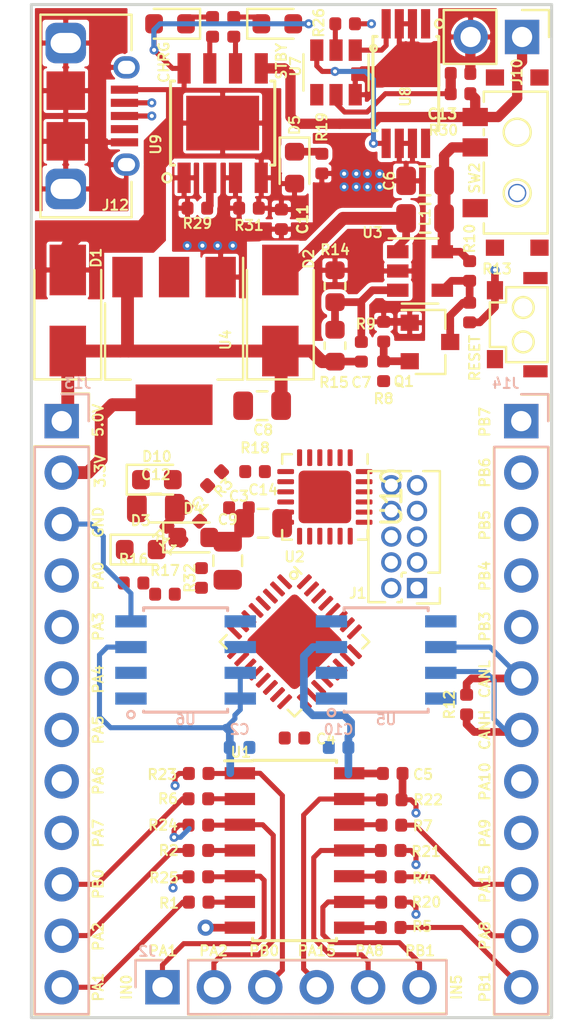
<source format=kicad_pcb>
(kicad_pcb (version 20171130) (host pcbnew "(5.1.5)-3")
  (layers (0 F.Cu signal) (1 In1.Cu signal) (2 In2.Cu signal hide) (31 B.Cu signal) (34 B.Paste user) (35 F.Paste user hide) (36 B.SilkS user) (37 F.SilkS user) (38 B.Mask user) (39 F.Mask user) (44 Edge.Cuts user))
  (net 0 "")
  (net 1 GND)
  (net 2 +3V3)
  (net 3 "/Output Connectors/SPI_1_SCK")
  (net 4 "/Output Connectors/SPI_1_MOSI")
  (net 5 "/Output Connectors/SPI_1_MISO")
  (net 6 "/Output Connectors/SPI_2_MISO")
  (net 7 "/Output Connectors/SPI_2_MOSI")
  (net 8 "/Output Connectors/SPI_2_SCK")
  (net 9 "/Output Connectors/CAN_1_HI")
  (net 10 "/Output Connectors/CAN_1_LO")
  (net 11 "/Output Connectors/I2C_1_SDA")
  (net 12 "/Output Connectors/RS232_1_RX")
  (net 13 "/Output Connectors/RS232_1_TX")
  (net 14 "/Input Connectors/Batt_V+")
  (net 15 "Net-(R3-Pad1)")
  (net 16 "/Input Connectors/nRESET")
  (net 17 +5V)
  (net 18 "/Power Supply/Ext_In+")
  (net 19 /Processor/SWCLK)
  (net 20 /Processor/SWDIO)
  (net 21 "Net-(J2-Pad6)")
  (net 22 "Net-(J2-Pad5)")
  (net 23 "Net-(J2-Pad4)")
  (net 24 "Net-(J2-Pad3)")
  (net 25 "Net-(J2-Pad2)")
  (net 26 "Net-(J2-Pad1)")
  (net 27 /Processor/ADC_2)
  (net 28 /Processor/ADC_1)
  (net 29 /Processor/ADC_0)
  (net 30 "/Output Connectors/I2C_1_SCL")
  (net 31 "Net-(Q1-Pad3)")
  (net 32 "Net-(Q1-Pad2)")
  (net 33 /Processor/GPIO_0)
  (net 34 "/Input Connectors/GPIO_INPUT_0")
  (net 35 "/Input Connectors/GPIO_INPUT_1")
  (net 36 /Processor/GPIO_1)
  (net 37 "/Input Connectors/GPIO_INPUT_4")
  (net 38 "/Input Connectors/GPIO_INPUT_5")
  (net 39 "/Input Connectors/GPIO_INPUT_2")
  (net 40 /Processor/GPIO_2)
  (net 41 "/Input Connectors/GPIO_INPUT_3")
  (net 42 /Processor/CAN_1_TX)
  (net 43 /Processor/CAN_1_RX)
  (net 44 FlashCS)
  (net 45 "Net-(C6-Pad2)")
  (net 46 "/Input Connectors/Batt_V-")
  (net 47 "Net-(D8-Pad1)")
  (net 48 "Net-(D9-Pad1)")
  (net 49 "/Input Connectors/NC_TDI")
  (net 50 "Net-(J1-Pad7)")
  (net 51 "/Input Connectors/SWO_TDO")
  (net 52 "Net-(J12-Pad4)")
  (net 53 "Net-(R26-Pad1)")
  (net 54 "Net-(R27-Pad1)")
  (net 55 "Net-(R28-Pad1)")
  (net 56 "Net-(R29-Pad1)")
  (net 57 "Net-(SW2-Pad3)")
  (net 58 "Net-(U5-Pad8)")
  (net 59 "Net-(U5-Pad5)")
  (net 60 "Net-(U7-Pad4)")
  (net 61 "Net-(U7-Pad3)")
  (net 62 "Net-(U7-Pad1)")
  (net 63 "Net-(U8-Pad8)")
  (net 64 "Net-(U8-Pad1)")
  (net 65 "Net-(D10-Pad2)")
  (net 66 StatusLED)
  (net 67 "Net-(C13-Pad1)")
  (net 68 /Processor/GPIO_3)
  (net 69 /Processor/GPIO_4)
  (net 70 /Processor/GPIO_5)
  (net 71 "Net-(C7-Pad2)")
  (net 72 "Net-(C14-Pad1)")
  (net 73 "Net-(D2-Pad2)")
  (net 74 "Net-(D3-Pad1)")
  (net 75 "Net-(D4-Pad1)")
  (net 76 "/Input Connectors/D-")
  (net 77 "/Input Connectors/D+")
  (net 78 "Net-(R16-Pad1)")
  (net 79 "Net-(R17-Pad1)")
  (net 80 "Net-(R18-Pad1)")
  (net 81 "Net-(U10-Pad24)")
  (net 82 "Net-(U10-Pad23)")
  (net 83 "Net-(U10-Pad22)")
  (net 84 "Net-(U10-Pad19)")
  (net 85 "Net-(U10-Pad18)")
  (net 86 "Net-(U10-Pad17)")
  (net 87 "Net-(U10-Pad16)")
  (net 88 "Net-(U10-Pad15)")
  (net 89 "Net-(U10-Pad12)")
  (net 90 "Net-(U10-Pad11)")
  (net 91 "Net-(U10-Pad1)")
  (net 92 "Net-(D5-Pad1)")
  (module Resistor_SMD:R_0402_1005Metric (layer F.Cu) (at 225.25 57.85 90)
    (fp_text reference R19 (at 1.8 0 270) (layer F.SilkS) (effects (font (size 0.5 0.5) (thickness 0.1))))
    (fp_text value 1k)
    (pad 2 smd roundrect (at 0.485 0 90) (size 0.59 0.64) (layers F.Cu F.Paste F.Mask) (net 92 "Net-(D5-Pad1)"))
    (pad 1 smd roundrect (at -0.485 0 90) (size 0.59 0.64) (layers F.Cu F.Paste F.Mask) (net 1 GND))
  )
  (module Diode_SMD:D_0603_1608Metric (layer F.Cu) (at 223.9 58.05 270)
    (fp_text reference D5 (at -2.1 0 270) (layer F.SilkS) (effects (font (size 0.5 0.5) (thickness 0.1))))
    (fp_text value BLED)
    (pad 2 smd roundrect (at 0.7875 0 270) (size 0.875 0.95) (layers F.Cu F.Paste F.Mask) (net 18 "/Power Supply/Ext_In+"))
    (pad 1 smd roundrect (at -0.7875 0 270) (size 0.875 0.95) (layers F.Cu F.Paste F.Mask) (net 92 "Net-(D5-Pad1)"))
  )
  (module Package_DFN_QFN:QFN-32-1EP_5x5mm_P0.5mm_EP3.45x3.45mm (layer F.Cu) (at 223.9 81.45 315)
    (fp_text reference U2 (at -2.963485 -2.963485) (layer F.SilkS) (effects (font (size 0.5 0.5) (thickness 0.1))))
    (fp_text value STM32L432KBUx)
    (pad 32 smd roundrect (at -1.75 -2.4375 315) (size 0.25 0.875) (layers F.Cu F.Paste F.Mask) (net 1 GND))
    (pad 31 smd roundrect (at -1.25 -2.4375 315) (size 0.25 0.875) (layers F.Cu F.Paste F.Mask) (net 15 "Net-(R3-Pad1)"))
    (pad 30 smd roundrect (at -0.75 -2.4375 315) (size 0.25 0.875) (layers F.Cu F.Paste F.Mask) (net 11 "/Output Connectors/I2C_1_SDA"))
    (pad 29 smd roundrect (at -0.25 -2.4375 315) (size 0.25 0.875) (layers F.Cu F.Paste F.Mask) (net 30 "/Output Connectors/I2C_1_SCL"))
    (pad 28 smd roundrect (at 0.25 -2.4375 315) (size 0.25 0.875) (layers F.Cu F.Paste F.Mask) (net 7 "/Output Connectors/SPI_2_MOSI"))
    (pad 27 smd roundrect (at 0.75 -2.4375 315) (size 0.25 0.875) (layers F.Cu F.Paste F.Mask) (net 6 "/Output Connectors/SPI_2_MISO"))
    (pad 26 smd roundrect (at 1.25 -2.4375 315) (size 0.25 0.875) (layers F.Cu F.Paste F.Mask) (net 8 "/Output Connectors/SPI_2_SCK"))
    (pad 25 smd roundrect (at 1.75 -2.4375 315) (size 0.25 0.875) (layers F.Cu F.Paste F.Mask) (net 68 /Processor/GPIO_3))
    (pad 24 smd roundrect (at 2.4375 -1.75 315) (size 0.875 0.25) (layers F.Cu F.Paste F.Mask) (net 19 /Processor/SWCLK))
    (pad 23 smd roundrect (at 2.4375 -1.25 315) (size 0.875 0.25) (layers F.Cu F.Paste F.Mask) (net 20 /Processor/SWDIO))
    (pad 22 smd roundrect (at 2.4375 -0.75 315) (size 0.875 0.25) (layers F.Cu F.Paste F.Mask) (net 42 /Processor/CAN_1_TX))
    (pad 21 smd roundrect (at 2.4375 -0.25 315) (size 0.875 0.25) (layers F.Cu F.Paste F.Mask) (net 43 /Processor/CAN_1_RX))
    (pad 20 smd roundrect (at 2.4375 0.25 315) (size 0.875 0.25) (layers F.Cu F.Paste F.Mask) (net 12 "/Output Connectors/RS232_1_RX"))
    (pad 19 smd roundrect (at 2.4375 0.75 315) (size 0.875 0.25) (layers F.Cu F.Paste F.Mask) (net 13 "/Output Connectors/RS232_1_TX"))
    (pad 18 smd roundrect (at 2.4375 1.25 315) (size 0.875 0.25) (layers F.Cu F.Paste F.Mask) (net 69 /Processor/GPIO_4))
    (pad 17 smd roundrect (at 2.4375 1.75 315) (size 0.875 0.25) (layers F.Cu F.Paste F.Mask) (net 2 +3V3))
    (pad 16 smd roundrect (at 1.75 2.4375 315) (size 0.25 0.875) (layers F.Cu F.Paste F.Mask) (net 1 GND))
    (pad 15 smd roundrect (at 1.25 2.4375 315) (size 0.25 0.875) (layers F.Cu F.Paste F.Mask) (net 70 /Processor/GPIO_5))
    (pad 14 smd roundrect (at 0.75 2.4375 315) (size 0.25 0.875) (layers F.Cu F.Paste F.Mask) (net 40 /Processor/GPIO_2))
    (pad 13 smd roundrect (at 0.25 2.4375 315) (size 0.25 0.875) (layers F.Cu F.Paste F.Mask) (net 4 "/Output Connectors/SPI_1_MOSI"))
    (pad 12 smd roundrect (at -0.25 2.4375 315) (size 0.25 0.875) (layers F.Cu F.Paste F.Mask) (net 5 "/Output Connectors/SPI_1_MISO"))
    (pad 11 smd roundrect (at -0.75 2.4375 315) (size 0.25 0.875) (layers F.Cu F.Paste F.Mask) (net 3 "/Output Connectors/SPI_1_SCK"))
    (pad 10 smd roundrect (at -1.25 2.4375 315) (size 0.25 0.875) (layers F.Cu F.Paste F.Mask) (net 27 /Processor/ADC_2))
    (pad 9 smd roundrect (at -1.75 2.4375 315) (size 0.25 0.875) (layers F.Cu F.Paste F.Mask) (net 28 /Processor/ADC_1))
    (pad 8 smd roundrect (at -2.4375 1.75 315) (size 0.875 0.25) (layers F.Cu F.Paste F.Mask) (net 36 /Processor/GPIO_1))
    (pad 7 smd roundrect (at -2.4375 1.25 315) (size 0.875 0.25) (layers F.Cu F.Paste F.Mask) (net 33 /Processor/GPIO_0))
    (pad 6 smd roundrect (at -2.4375 0.75 315) (size 0.875 0.25) (layers F.Cu F.Paste F.Mask) (net 29 /Processor/ADC_0))
    (pad 5 smd roundrect (at -2.4375 0.25 315) (size 0.875 0.25) (layers F.Cu F.Paste F.Mask) (net 2 +3V3))
    (pad 4 smd roundrect (at -2.4375 -0.25 315) (size 0.875 0.25) (layers F.Cu F.Paste F.Mask) (net 16 "/Input Connectors/nRESET"))
    (pad 3 smd roundrect (at -2.4375 -0.75 315) (size 0.875 0.25) (layers F.Cu F.Paste F.Mask) (net 44 FlashCS))
    (pad 2 smd roundrect (at -2.4375 -1.25 315) (size 0.875 0.25) (layers F.Cu F.Paste F.Mask) (net 66 StatusLED))
    (pad 1 smd roundrect (at -2.4375 -1.75 315) (size 0.875 0.25) (layers F.Cu F.Paste F.Mask) (net 2 +3V3))
    (pad 33 smd roundrect (at 0 0 315) (size 3.45 3.45) (layers F.Cu F.Mask) (roundrect_rratio 0.072464) (net 1 GND))
  )
  (module Package_SO:SOIC-14_3.9x8.7mm_P1.27mm (layer F.Cu) (at 223.9 91.75)
    (fp_text reference U1 (at -2.65 -4.85) (layer F.SilkS) (effects (font (size 0.5 0.5) (thickness 0.1))))
    (fp_text value 74HC14)
    (pad 14 smd rect (at 2.7 -3.81) (size 1.5 0.6) (layers F.Cu F.Paste F.Mask) (net 2 +3V3))
    (pad 13 smd rect (at 2.7 -2.54) (size 1.5 0.6) (layers F.Cu F.Paste F.Mask) (net 23 "Net-(J2-Pad4)"))
    (pad 12 smd rect (at 2.7 -1.27) (size 1.5 0.6) (layers F.Cu F.Paste F.Mask) (net 41 "/Input Connectors/GPIO_INPUT_3"))
    (pad 11 smd rect (at 2.7 0) (size 1.5 0.6) (layers F.Cu F.Paste F.Mask) (net 22 "Net-(J2-Pad5)"))
    (pad 10 smd rect (at 2.7 1.27) (size 1.5 0.6) (layers F.Cu F.Paste F.Mask) (net 37 "/Input Connectors/GPIO_INPUT_4"))
    (pad 9 smd rect (at 2.7 2.54) (size 1.5 0.6) (layers F.Cu F.Paste F.Mask) (net 21 "Net-(J2-Pad6)"))
    (pad 8 smd rect (at 2.7 3.81) (size 1.5 0.6) (layers F.Cu F.Paste F.Mask) (net 38 "/Input Connectors/GPIO_INPUT_5"))
    (pad 7 smd rect (at -2.7 3.81) (size 1.5 0.6) (layers F.Cu F.Paste F.Mask) (net 1 GND))
    (pad 6 smd rect (at -2.7 2.54) (size 1.5 0.6) (layers F.Cu F.Paste F.Mask) (net 34 "/Input Connectors/GPIO_INPUT_0"))
    (pad 5 smd rect (at -2.7 1.27) (size 1.5 0.6) (layers F.Cu F.Paste F.Mask) (net 26 "Net-(J2-Pad1)"))
    (pad 4 smd rect (at -2.7 0) (size 1.5 0.6) (layers F.Cu F.Paste F.Mask) (net 35 "/Input Connectors/GPIO_INPUT_1"))
    (pad 3 smd rect (at -2.7 -1.27) (size 1.5 0.6) (layers F.Cu F.Paste F.Mask) (net 25 "Net-(J2-Pad2)"))
    (pad 2 smd rect (at -2.7 -2.54) (size 1.5 0.6) (layers F.Cu F.Paste F.Mask) (net 39 "/Input Connectors/GPIO_INPUT_2"))
    (pad 1 smd rect (at -2.7 -3.81) (size 1.5 0.6) (layers F.Cu F.Paste F.Mask) (net 24 "Net-(J2-Pad3)"))
  )
  (module Package_DFN_QFN:QFN-24-1EP_4x4mm_P0.5mm_EP2.6x2.6mm (layer F.Cu) (at 225.4 74.3 270)
    (fp_text reference U10 (at 0 -3.3 90) (layer F.SilkS))
    (fp_text value CP2104)
    (pad 24 smd roundrect (at -1.25 -1.9375 270) (size 0.25 0.825) (layers F.Cu F.Paste F.Mask) (net 81 "Net-(U10-Pad24)"))
    (pad 23 smd roundrect (at -0.75 -1.9375 270) (size 0.25 0.825) (layers F.Cu F.Paste F.Mask) (net 82 "Net-(U10-Pad23)"))
    (pad 22 smd roundrect (at -0.25 -1.9375 270) (size 0.25 0.825) (layers F.Cu F.Paste F.Mask) (net 83 "Net-(U10-Pad22)"))
    (pad 21 smd roundrect (at 0.25 -1.9375 270) (size 0.25 0.825) (layers F.Cu F.Paste F.Mask) (net 12 "/Output Connectors/RS232_1_RX"))
    (pad 20 smd roundrect (at 0.75 -1.9375 270) (size 0.25 0.825) (layers F.Cu F.Paste F.Mask) (net 13 "/Output Connectors/RS232_1_TX"))
    (pad 19 smd roundrect (at 1.25 -1.9375 270) (size 0.25 0.825) (layers F.Cu F.Paste F.Mask) (net 84 "Net-(U10-Pad19)"))
    (pad 18 smd roundrect (at 1.9375 -1.25 270) (size 0.825 0.25) (layers F.Cu F.Paste F.Mask) (net 85 "Net-(U10-Pad18)"))
    (pad 17 smd roundrect (at 1.9375 -0.75 270) (size 0.825 0.25) (layers F.Cu F.Paste F.Mask) (net 86 "Net-(U10-Pad17)"))
    (pad 16 smd roundrect (at 1.9375 -0.25 270) (size 0.825 0.25) (layers F.Cu F.Paste F.Mask) (net 87 "Net-(U10-Pad16)"))
    (pad 15 smd roundrect (at 1.9375 0.25 270) (size 0.825 0.25) (layers F.Cu F.Paste F.Mask) (net 88 "Net-(U10-Pad15)"))
    (pad 14 smd roundrect (at 1.9375 0.75 270) (size 0.825 0.25) (layers F.Cu F.Paste F.Mask) (net 79 "Net-(R17-Pad1)"))
    (pad 13 smd roundrect (at 1.9375 1.25 270) (size 0.825 0.25) (layers F.Cu F.Paste F.Mask) (net 78 "Net-(R16-Pad1)"))
    (pad 12 smd roundrect (at 1.25 1.9375 270) (size 0.25 0.825) (layers F.Cu F.Paste F.Mask) (net 89 "Net-(U10-Pad12)"))
    (pad 11 smd roundrect (at 0.75 1.9375 270) (size 0.25 0.825) (layers F.Cu F.Paste F.Mask) (net 90 "Net-(U10-Pad11)"))
    (pad 10 smd roundrect (at 0.25 1.9375 270) (size 0.25 0.825) (layers F.Cu F.Paste F.Mask) (net 72 "Net-(C14-Pad1)"))
    (pad 9 smd roundrect (at -0.25 1.9375 270) (size 0.25 0.825) (layers F.Cu F.Paste F.Mask) (net 80 "Net-(R18-Pad1)"))
    (pad 8 smd roundrect (at -0.75 1.9375 270) (size 0.25 0.825) (layers F.Cu F.Paste F.Mask) (net 18 "/Power Supply/Ext_In+"))
    (pad 7 smd roundrect (at -1.25 1.9375 270) (size 0.25 0.825) (layers F.Cu F.Paste F.Mask) (net 18 "/Power Supply/Ext_In+"))
    (pad 6 smd roundrect (at -1.9375 1.25 270) (size 0.825 0.25) (layers F.Cu F.Paste F.Mask) (net 72 "Net-(C14-Pad1)"))
    (pad 5 smd roundrect (at -1.9375 0.75 270) (size 0.825 0.25) (layers F.Cu F.Paste F.Mask) (net 72 "Net-(C14-Pad1)"))
    (pad 4 smd roundrect (at -1.9375 0.25 270) (size 0.825 0.25) (layers F.Cu F.Paste F.Mask) (net 76 "/Input Connectors/D-"))
    (pad 3 smd roundrect (at -1.9375 -0.25 270) (size 0.825 0.25) (layers F.Cu F.Paste F.Mask) (net 77 "/Input Connectors/D+"))
    (pad 2 smd roundrect (at -1.9375 -0.75 270) (size 0.825 0.25) (layers F.Cu F.Paste F.Mask) (net 1 GND))
    (pad 1 smd roundrect (at -1.9375 -1.25 270) (size 0.825 0.25) (layers F.Cu F.Paste F.Mask) (net 91 "Net-(U10-Pad1)"))
    (pad 25 smd roundrect (at 0 0 270) (size 2.6 2.6) (layers F.Cu F.Mask) (roundrect_rratio 0.096154) (net 1 GND))
  )
  (module Package_TO_SOT_SMD:SOT-223-3_TabPin2 (layer F.Cu) (at 217.95 66.6 270)
    (fp_text reference U4 (at -0.05 -2.55 90) (layer F.SilkS) (effects (font (size 0.5 0.5) (thickness 0.1))))
    (fp_text value AMS1117-3.3)
    (pad 1 smd rect (at -3.15 -2.3 270) (size 2 1.5) (layers F.Cu F.Paste F.Mask) (net 1 GND))
    (pad 3 smd rect (at -3.15 2.3 270) (size 2 1.5) (layers F.Cu F.Paste F.Mask) (net 17 +5V))
    (pad 2 smd rect (at -3.15 0 270) (size 2 1.5) (layers F.Cu F.Paste F.Mask) (net 2 +3V3))
    (pad 2 smd rect (at 3.15 0 270) (size 2 3.8) (layers F.Cu F.Paste F.Mask) (net 2 +3V3))
  )
  (module Package_TO_SOT_SMD:SOT-23-5 (layer F.Cu) (at 230.1 63.15)
    (fp_text reference U3 (at -2.35 -1.9) (layer F.SilkS) (effects (font (size 0.5 0.5) (thickness 0.1))))
    (fp_text value TPS61040)
    (pad 5 smd rect (at 1.1 -0.95) (size 1.06 0.65) (layers F.Cu F.Paste F.Mask) (net 45 "Net-(C6-Pad2)"))
    (pad 4 smd rect (at 1.1 0.95) (size 1.06 0.65) (layers F.Cu F.Paste F.Mask) (net 31 "Net-(Q1-Pad3)"))
    (pad 3 smd rect (at -1.1 0.95) (size 1.06 0.65) (layers F.Cu F.Paste F.Mask) (net 71 "Net-(C7-Pad2)"))
    (pad 2 smd rect (at -1.1 0) (size 1.06 0.65) (layers F.Cu F.Paste F.Mask) (net 1 GND))
    (pad 1 smd rect (at -1.1 -0.95) (size 1.06 0.65) (layers F.Cu F.Paste F.Mask) (net 73 "Net-(D2-Pad2)"))
  )
  (module Resistor_SMD:R_0402_1005Metric (layer F.Cu) (at 221.95 73.05)
    (fp_text reference R18 (at 0 -1.17) (layer F.SilkS) (effects (font (size 0.5 0.5) (thickness 0.1))))
    (fp_text value 1k)
    (pad 2 smd roundrect (at 0.485 0) (size 0.59 0.64) (layers F.Cu F.Paste F.Mask) (net 72 "Net-(C14-Pad1)"))
    (pad 1 smd roundrect (at -0.485 0) (size 0.59 0.64) (layers F.Cu F.Paste F.Mask) (net 80 "Net-(R18-Pad1)"))
  )
  (module Resistor_SMD:R_0402_1005Metric (layer F.Cu) (at 217.5 79.1)
    (fp_text reference R17 (at 0 -1.17) (layer F.SilkS) (effects (font (size 0.5 0.5) (thickness 0.1))))
    (fp_text value 1k)
    (pad 2 smd roundrect (at 0.485 0) (size 0.59 0.64) (layers F.Cu F.Paste F.Mask) (net 75 "Net-(D4-Pad1)"))
    (pad 1 smd roundrect (at -0.485 0) (size 0.59 0.64) (layers F.Cu F.Paste F.Mask) (net 79 "Net-(R17-Pad1)"))
  )
  (module Resistor_SMD:R_0402_1005Metric (layer F.Cu) (at 215.95 78.55)
    (fp_text reference R16 (at 0 -1.17) (layer F.SilkS) (effects (font (size 0.5 0.5) (thickness 0.1))))
    (fp_text value 1k)
    (pad 2 smd roundrect (at 0.485 0) (size 0.59 0.64) (layers F.Cu F.Paste F.Mask) (net 74 "Net-(D3-Pad1)"))
    (pad 1 smd roundrect (at -0.485 0) (size 0.59 0.64) (layers F.Cu F.Paste F.Mask) (net 78 "Net-(R16-Pad1)"))
  )
  (module Resistor_SMD:R_0603_1608Metric (layer F.Cu) (at 225.9 66.8375 90)
    (fp_text reference R15 (at -1.8125 -0.05 180) (layer F.SilkS) (effects (font (size 0.5 0.5) (thickness 0.1))))
    (fp_text value 620k)
    (pad 2 smd roundrect (at 0.7875 0 90) (size 0.875 0.95) (layers F.Cu F.Paste F.Mask) (net 71 "Net-(C7-Pad2)"))
    (pad 1 smd roundrect (at -0.7875 0 90) (size 0.875 0.95) (layers F.Cu F.Paste F.Mask) (net 17 +5V))
  )
  (module Resistor_SMD:R_0603_1608Metric (layer F.Cu) (at 225.9 63.9 270)
    (fp_text reference R14 (at -1.8 0 180) (layer F.SilkS) (effects (font (size 0.5 0.5) (thickness 0.1))))
    (fp_text value 200k)
    (pad 2 smd roundrect (at 0.7875 0 270) (size 0.875 0.95) (layers F.Cu F.Paste F.Mask) (net 71 "Net-(C7-Pad2)"))
    (pad 1 smd roundrect (at -0.7875 0 270) (size 0.875 0.95) (layers F.Cu F.Paste F.Mask) (net 1 GND))
  )
  (module Resistor_SMD:R_0402_1005Metric (layer F.Cu) (at 232.55 65.2 90)
    (fp_text reference R13 (at 2.15 1.35 180) (layer F.SilkS) (effects (font (size 0.5 0.5) (thickness 0.1))))
    (fp_text value 10k)
    (pad 2 smd roundrect (at 0.485 0 90) (size 0.59 0.64) (layers F.Cu F.Paste F.Mask) (net 31 "Net-(Q1-Pad3)"))
    (pad 1 smd roundrect (at -0.485 0 90) (size 0.59 0.64) (layers F.Cu F.Paste F.Mask) (net 1 GND))
  )
  (module Diode_SMD:D_0603_1608Metric (layer F.Cu) (at 218.9 76.3)
    (fp_text reference D4 (at 0 -1.43) (layer F.SilkS) (effects (font (size 0.5 0.5) (thickness 0.1))))
    (fp_text value BLED)
    (pad 2 smd roundrect (at 0.7875 0) (size 0.875 0.95) (layers F.Cu F.Paste F.Mask) (net 18 "/Power Supply/Ext_In+"))
    (pad 1 smd roundrect (at -0.7875 0) (size 0.875 0.95) (layers F.Cu F.Paste F.Mask) (net 75 "Net-(D4-Pad1)"))
  )
  (module Diode_SMD:D_0603_1608Metric (layer F.Cu) (at 216.3 76.9)
    (fp_text reference D3 (at 0 -1.43) (layer F.SilkS) (effects (font (size 0.5 0.5) (thickness 0.1))))
    (fp_text value BLED)
    (pad 2 smd roundrect (at 0.7875 0) (size 0.875 0.95) (layers F.Cu F.Paste F.Mask) (net 18 "/Power Supply/Ext_In+"))
    (pad 1 smd roundrect (at -0.7875 0) (size 0.875 0.95) (layers F.Cu F.Paste F.Mask) (net 74 "Net-(D3-Pad1)"))
  )
  (module Diode_SMD:D_SMA (layer F.Cu) (at 223.2 65.1 90)
    (fp_text reference D2 (at 2.55 1.4 90) (layer F.SilkS) (effects (font (size 0.5 0.5) (thickness 0.1))))
    (fp_text value SS14)
    (pad 2 smd rect (at 2 0 90) (size 2.5 1.8) (layers F.Cu F.Paste F.Mask) (net 73 "Net-(D2-Pad2)"))
    (pad 1 smd rect (at -2 0 90) (size 2.5 1.8) (layers F.Cu F.Paste F.Mask) (net 17 +5V))
  )
  (module Capacitor_SMD:C_0805_2012Metric (layer F.Cu) (at 222.35 75.6)
    (fp_text reference C14 (at 0 -1.65) (layer F.SilkS) (effects (font (size 0.5 0.5) (thickness 0.1))))
    (fp_text value 1uF)
    (pad 2 smd roundrect (at 0.9375 0) (size 0.975 1.4) (layers F.Cu F.Paste F.Mask) (net 1 GND))
    (pad 1 smd roundrect (at -0.9375 0) (size 0.975 1.4) (layers F.Cu F.Paste F.Mask) (net 72 "Net-(C14-Pad1)"))
  )
  (module Capacitor_SMD:C_0805_2012Metric (layer F.Cu) (at 217.05 74.85)
    (fp_text reference C12 (at 0 -1.65) (layer F.SilkS) (effects (font (size 0.5 0.5) (thickness 0.1))))
    (fp_text value 1uF)
    (pad 2 smd roundrect (at 0.9375 0) (size 0.975 1.4) (layers F.Cu F.Paste F.Mask) (net 18 "/Power Supply/Ext_In+"))
    (pad 1 smd roundrect (at -0.9375 0) (size 0.975 1.4) (layers F.Cu F.Paste F.Mask) (net 1 GND))
  )
  (module Capacitor_SMD:C_0805_2012Metric (layer F.Cu) (at 222.3 69.8)
    (fp_text reference C8 (at 0.05 1.2) (layer F.SilkS) (effects (font (size 0.5 0.5) (thickness 0.1))))
    (fp_text value 10uF)
    (pad 2 smd roundrect (at 0.9375 0) (size 0.975 1.4) (layers F.Cu F.Paste F.Mask) (net 17 +5V))
    (pad 1 smd roundrect (at -0.9375 0) (size 0.975 1.4) (layers F.Cu F.Paste F.Mask) (net 1 GND))
  )
  (module Capacitor_SMD:C_0402_1005Metric (layer F.Cu) (at 227.2 67.135 90)
    (fp_text reference C7 (at -1.515 0 180) (layer F.SilkS) (effects (font (size 0.5 0.5) (thickness 0.1))))
    (fp_text value 3.3pF)
    (pad 2 smd roundrect (at 0.485 0 90) (size 0.59 0.64) (layers F.Cu F.Paste F.Mask) (net 71 "Net-(C7-Pad2)"))
    (pad 1 smd roundrect (at -0.485 0 90) (size 0.59 0.64) (layers F.Cu F.Paste F.Mask) (net 17 +5V))
  )
  (module Package_SO:TSSOP-8_4.4x3mm_P0.65mm (layer F.Cu) (at 229.4 53.9 270)
    (fp_text reference U8 (at 0.642 0.021 270) (layer F.SilkS) (effects (font (size 0.5 0.5) (thickness 0.1))))
    (fp_text value FS8205A hide)
    (pad 8 smd rect (at 2.95 -0.975 270) (size 1.45 0.45) (layers F.Cu F.Paste F.Mask) (net 63 "Net-(U8-Pad8)"))
    (pad 7 smd rect (at 2.95 -0.325 270) (size 1.45 0.45) (layers F.Cu F.Paste F.Mask) (net 1 GND))
    (pad 6 smd rect (at 2.95 0.325 270) (size 1.45 0.45) (layers F.Cu F.Paste F.Mask) (net 1 GND))
    (pad 5 smd rect (at 2.95 0.975 270) (size 1.45 0.45) (layers F.Cu F.Paste F.Mask) (net 61 "Net-(U7-Pad3)"))
    (pad 4 smd rect (at -2.95 0.975 270) (size 1.45 0.45) (layers F.Cu F.Paste F.Mask) (net 62 "Net-(U7-Pad1)"))
    (pad 3 smd rect (at -2.95 0.325 270) (size 1.45 0.45) (layers F.Cu F.Paste F.Mask) (net 46 "/Input Connectors/Batt_V-"))
    (pad 2 smd rect (at -2.95 -0.325 270) (size 1.45 0.45) (layers F.Cu F.Paste F.Mask) (net 46 "/Input Connectors/Batt_V-"))
    (pad 1 smd rect (at -2.95 -0.975 270) (size 1.45 0.45) (layers F.Cu F.Paste F.Mask) (net 64 "Net-(U8-Pad1)"))
  )
  (module Package_SO:SOIC-8_3.9x4.9mm_P1.27mm (layer B.Cu) (at 228.426 82.347)
    (fp_text reference U5 (at 0 2.95) (layer B.SilkS) (effects (font (size 0.5 0.5) (thickness 0.1)) (justify mirror)))
    (fp_text value SN65HVD232)
    (pad 8 smd rect (at 2.7 1.905) (size 1.55 0.6) (layers B.Cu B.Paste B.Mask) (net 58 "Net-(U5-Pad8)"))
    (pad 7 smd rect (at 2.7 0.635) (size 1.55 0.6) (layers B.Cu B.Paste B.Mask) (net 9 "/Output Connectors/CAN_1_HI"))
    (pad 6 smd rect (at 2.7 -0.635) (size 1.55 0.6) (layers B.Cu B.Paste B.Mask) (net 10 "/Output Connectors/CAN_1_LO"))
    (pad 5 smd rect (at 2.7 -1.905) (size 1.55 0.6) (layers B.Cu B.Paste B.Mask) (net 59 "Net-(U5-Pad5)"))
    (pad 4 smd rect (at -2.7 -1.905) (size 1.55 0.6) (layers B.Cu B.Paste B.Mask) (net 43 /Processor/CAN_1_RX))
    (pad 3 smd rect (at -2.7 -0.635) (size 1.55 0.6) (layers B.Cu B.Paste B.Mask) (net 2 +3V3))
    (pad 2 smd rect (at -2.7 0.635) (size 1.55 0.6) (layers B.Cu B.Paste B.Mask) (net 1 GND))
    (pad 1 smd rect (at -2.7 1.905) (size 1.55 0.6) (layers B.Cu B.Paste B.Mask) (net 42 /Processor/CAN_1_TX))
  )
  (module Package_SO:SOIC-8_3.9x4.9mm_P1.27mm (layer B.Cu) (at 218.52 82.347)
    (fp_text reference U6 (at 0 2.95) (layer B.SilkS) (effects (font (size 0.5 0.5) (thickness 0.1)) (justify mirror)))
    (fp_text value AT25SF081-SSHD-X)
    (pad 8 smd rect (at 2.7 1.905) (size 1.55 0.6) (layers B.Cu B.Paste B.Mask) (net 2 +3V3))
    (pad 7 smd rect (at 2.7 0.635) (size 1.55 0.6) (layers B.Cu B.Paste B.Mask) (net 2 +3V3))
    (pad 6 smd rect (at 2.7 -0.635) (size 1.55 0.6) (layers B.Cu B.Paste B.Mask) (net 3 "/Output Connectors/SPI_1_SCK"))
    (pad 5 smd rect (at 2.7 -1.905) (size 1.55 0.6) (layers B.Cu B.Paste B.Mask) (net 4 "/Output Connectors/SPI_1_MOSI"))
    (pad 4 smd rect (at -2.7 -1.905) (size 1.55 0.6) (layers B.Cu B.Paste B.Mask) (net 1 GND))
    (pad 3 smd rect (at -2.7 -0.635) (size 1.55 0.6) (layers B.Cu B.Paste B.Mask) (net 2 +3V3))
    (pad 2 smd rect (at -2.7 0.635) (size 1.55 0.6) (layers B.Cu B.Paste B.Mask) (net 5 "/Output Connectors/SPI_1_MISO"))
    (pad 1 smd rect (at -2.7 1.905) (size 1.55 0.6) (layers B.Cu B.Paste B.Mask) (net 44 FlashCS))
  )
  (module PMIC:TP4056_SOP-8-PP (layer F.Cu) (at 220.35 55.85 90)
    (fp_text reference U9 (at -1.05 -3.3 90) (layer F.SilkS) (effects (font (size 0.5 0.5) (thickness 0.1))))
    (fp_text value TP4056)
    (pad 1 smd rect (at -2.7 -1.905 90) (size 1.5 0.65) (layers F.Cu F.Paste F.Mask) (net 1 GND))
    (pad 2 smd rect (at -2.7 -0.635 90) (size 1.5 0.65) (layers F.Cu F.Paste F.Mask) (net 56 "Net-(R29-Pad1)"))
    (pad 3 smd rect (at -2.7 0.635 90) (size 1.5 0.65) (layers F.Cu F.Paste F.Mask) (net 1 GND))
    (pad 4 smd rect (at -2.7 1.905 90) (size 1.5 0.65) (layers F.Cu F.Paste F.Mask) (net 18 "/Power Supply/Ext_In+"))
    (pad 5 smd rect (at 2.7 1.905 90) (size 1.5 0.65) (layers F.Cu F.Paste F.Mask) (net 14 "/Input Connectors/Batt_V+"))
    (pad 6 smd rect (at 2.7 0.635 90) (size 1.5 0.65) (layers F.Cu F.Paste F.Mask) (net 55 "Net-(R28-Pad1)"))
    (pad 7 smd rect (at 2.7 -0.635 90) (size 1.5 0.65) (layers F.Cu F.Paste F.Mask) (net 54 "Net-(R27-Pad1)"))
    (pad 8 smd rect (at 2.7 -1.905 90) (size 1.5 0.65) (layers F.Cu F.Paste F.Mask) (net 18 "/Power Supply/Ext_In+"))
    (pad 9 smd rect (at 0 0 90) (size 2.7 3.6) (layers F.Cu F.Paste F.Mask) (net 18 "/Power Supply/Ext_In+"))
  )
  (module Package_TO_SOT_SMD:SOT-23-6 (layer F.Cu) (at 225.95 53.35 270)
    (fp_text reference U7 (at -0.3 2 270) (layer F.SilkS) (effects (font (size 0.5 0.5) (thickness 0.1))))
    (fp_text value DW01+G)
    (pad 5 smd rect (at 1.1 0 270) (size 1.06 0.65) (layers F.Cu F.Paste F.Mask) (net 67 "Net-(C13-Pad1)"))
    (pad 6 smd rect (at 1.1 -0.95 270) (size 1.06 0.65) (layers F.Cu F.Paste F.Mask) (net 46 "/Input Connectors/Batt_V-"))
    (pad 4 smd rect (at 1.1 0.95 270) (size 1.06 0.65) (layers F.Cu F.Paste F.Mask) (net 60 "Net-(U7-Pad4)"))
    (pad 3 smd rect (at -1.1 0.95 270) (size 1.06 0.65) (layers F.Cu F.Paste F.Mask) (net 61 "Net-(U7-Pad3)"))
    (pad 2 smd rect (at -1.1 0 270) (size 1.06 0.65) (layers F.Cu F.Paste F.Mask) (net 53 "Net-(R26-Pad1)"))
    (pad 1 smd rect (at -1.1 -0.95 270) (size 1.06 0.65) (layers F.Cu F.Paste F.Mask) (net 62 "Net-(U7-Pad1)"))
  )
  (module Capacitor_SMD:C_0402_1005Metric (layer F.Cu) (at 232.1 53.4)
    (fp_text reference C13 (at -0.9 2) (layer F.SilkS) (effects (font (size 0.5 0.5) (thickness 0.12))))
    (fp_text value 100nF)
    (pad 2 smd roundrect (at 0.485 0) (size 0.59 0.64) (layers F.Cu F.Paste F.Mask) (net 46 "/Input Connectors/Batt_V-"))
    (pad 1 smd roundrect (at -0.485 0) (size 0.59 0.64) (layers F.Cu F.Paste F.Mask) (net 67 "Net-(C13-Pad1)"))
  )
  (module Capacitor_SMD:C_0402_1005Metric (layer F.Cu) (at 223.25 60.6 270)
    (fp_text reference C11 (at 0 -1.05 90) (layer F.SilkS) (effects (font (size 0.5 0.5) (thickness 0.12))))
    (fp_text value 100nF)
    (pad 2 smd roundrect (at 0.485 0 270) (size 0.59 0.64) (layers F.Cu F.Paste F.Mask) (net 1 GND))
    (pad 1 smd roundrect (at -0.485 0 270) (size 0.59 0.64) (layers F.Cu F.Paste F.Mask) (net 18 "/Power Supply/Ext_In+"))
  )
  (module Resistor_SMD:R_0402_1005Metric (layer F.Cu) (at 219.95 73.4 45)
    (fp_text reference R3 (at 0 0.628618 45) (layer F.SilkS) (effects (font (size 0.5 0.5) (thickness 0.1))))
    (fp_text value 10k)
    (pad 2 smd roundrect (at 0.485 0 45) (size 0.59 0.64) (layers F.Cu F.Paste F.Mask) (net 1 GND))
    (pad 1 smd roundrect (at -0.485 0 45) (size 0.59 0.64) (layers F.Cu F.Paste F.Mask) (net 15 "Net-(R3-Pad1)"))
  )
  (module Resistor_SMD:R_0402_1005Metric (layer F.Cu) (at 228.65 91.75 180)
    (fp_text reference R21 (at -1.75 -0.05 180) (layer F.SilkS) (effects (font (size 0.5 0.5) (thickness 0.1))))
    (fp_text value 47k)
    (pad 2 smd roundrect (at 0.485 0 180) (size 0.59 0.64) (layers F.Cu F.Paste F.Mask) (net 22 "Net-(J2-Pad5)"))
    (pad 1 smd roundrect (at -0.485 0 180) (size 0.59 0.64) (layers F.Cu F.Paste F.Mask) (net 1 GND))
  )
  (module Inductor_SMD:L_0805_2012Metric (layer F.Cu) (at 230.35 60.55 180)
    (fp_text reference L1 (at 0 0.05 90) (layer F.SilkS) (effects (font (size 0.5 0.5) (thickness 0.1))))
    (fp_text value 3.3uH)
    (pad 2 smd roundrect (at 0.9375 0 180) (size 0.975 1.4) (layers F.Cu F.Paste F.Mask) (net 73 "Net-(D2-Pad2)"))
    (pad 1 smd roundrect (at -0.9375 0 180) (size 0.975 1.4) (layers F.Cu F.Paste F.Mask) (net 45 "Net-(C6-Pad2)"))
  )
  (module Resistor_SMD:R_0402_1005Metric (layer F.Cu) (at 232.1 54.4 180)
    (fp_text reference R30 (at 0.85 -1.8) (layer F.SilkS) (effects (font (size 0.5 0.5) (thickness 0.1))))
    (fp_text value 120)
    (pad 2 smd roundrect (at 0.485 0 180) (size 0.59 0.64) (layers F.Cu F.Paste F.Mask) (net 67 "Net-(C13-Pad1)"))
    (pad 1 smd roundrect (at -0.485 0 180) (size 0.59 0.64) (layers F.Cu F.Paste F.Mask) (net 14 "/Input Connectors/Batt_V+"))
  )
  (module Resistor_SMD:R_0402_1005Metric (layer F.Cu) (at 219.3 78.3 270)
    (fp_text reference R32 (at 0 0.5715 90) (layer F.SilkS) (effects (font (size 0.5 0.5) (thickness 0.1))))
    (fp_text value 10k)
    (pad 2 smd roundrect (at 0.485 0 270) (size 0.59 0.64) (layers F.Cu F.Paste F.Mask) (net 66 StatusLED))
    (pad 1 smd roundrect (at -0.485 0 270) (size 0.59 0.64) (layers F.Cu F.Paste F.Mask) (net 65 "Net-(D10-Pad2)"))
  )
  (module Diode_SMD:D_0603_1608Metric (layer F.Cu) (at 217.1 73.45)
    (fp_text reference D10 (at 0 -1.143) (layer F.SilkS) (effects (font (size 0.5 0.5) (thickness 0.1))))
    (fp_text value GLED)
    (pad 2 smd roundrect (at 0.7875 0) (size 0.875 0.95) (layers F.Cu F.Paste F.Mask) (net 65 "Net-(D10-Pad2)"))
    (pad 1 smd roundrect (at -0.7875 0) (size 0.875 0.95) (layers F.Cu F.Paste F.Mask) (net 1 GND))
  )
  (module USB:Amphenol-MicroB (layer F.Cu) (at 212.6 55.5 270)
    (fp_text reference J12 (at 4.4 -2.45 180) (layer F.SilkS) (effects (font (size 0.5 0.5) (thickness 0.1))))
    (fp_text value USB_B_Micro)
    (pad 6 thru_hole oval (at 2.4 -3 270) (size 1.1 1.3) (drill oval 0.65 0.85) (layers *.Cu *.Mask) (net 1 GND))
    (pad 6 thru_hole oval (at -2.4 -3 270) (size 1.1 1.3) (drill oval 0.65 0.85) (layers *.Cu *.Mask) (net 1 GND))
    (pad 1 smd rect (at -1.3 -2.9 270) (size 0.4 1.35) (layers F.Cu F.Paste F.Mask) (net 18 "/Power Supply/Ext_In+"))
    (pad 2 smd rect (at -0.65 -2.9 270) (size 0.4 1.35) (layers F.Cu F.Paste F.Mask) (net 76 "/Input Connectors/D-"))
    (pad 5 smd rect (at 1.3 -2.9 270) (size 0.4 1.35) (layers F.Cu F.Paste F.Mask) (net 1 GND))
    (pad 4 smd rect (at 0.65 -2.9 270) (size 0.4 1.35) (layers F.Cu F.Paste F.Mask) (net 52 "Net-(J12-Pad4)"))
    (pad 3 smd rect (at 0 -2.9 270) (size 0.4 1.35) (layers F.Cu F.Paste F.Mask) (net 77 "/Input Connectors/D+"))
    (pad 6 thru_hole roundrect (at 3.6 0 270) (size 2 2) (drill oval 1 1.5) (layers *.Cu *.Mask) (net 1 GND))
    (pad 6 thru_hole roundrect (at -3.6 0 270) (size 2 2) (drill oval 1 1.5) (layers *.Cu *.Mask) (net 1 GND))
    (pad 6 smd rect (at 1.25 0 270) (size 1.9 1.9) (layers F.Cu F.Paste F.Mask) (net 1 GND))
    (pad 6 smd rect (at -1.25 0 270) (size 1.9 1.9) (layers F.Cu F.Paste F.Mask) (net 1 GND))
  )
  (module Connector_PinHeader_2.54mm:PinHeader_1x12_P2.54mm_Vertical (layer B.Cu) (at 235.1 70.56 180)
    (fp_text reference J14 (at 0.7685 1.8655) (layer B.SilkS) (effects (font (size 0.5 0.5) (thickness 0.1)) (justify mirror)))
    (fp_text value CN2 hide)
    (pad 12 thru_hole oval (at 0 -27.94 180) (size 1.7 1.7) (drill 1) (layers *.Cu *.Mask) (net 70 /Processor/GPIO_5))
    (pad 11 thru_hole oval (at 0 -25.4 180) (size 1.7 1.7) (drill 1) (layers *.Cu *.Mask) (net 69 /Processor/GPIO_4))
    (pad 10 thru_hole oval (at 0 -22.86 180) (size 1.7 1.7) (drill 1) (layers *.Cu *.Mask) (net 68 /Processor/GPIO_3))
    (pad 9 thru_hole oval (at 0 -20.32 180) (size 1.7 1.7) (drill 1) (layers *.Cu *.Mask) (net 13 "/Output Connectors/RS232_1_TX"))
    (pad 8 thru_hole oval (at 0 -17.78 180) (size 1.7 1.7) (drill 1) (layers *.Cu *.Mask) (net 12 "/Output Connectors/RS232_1_RX"))
    (pad 7 thru_hole oval (at 0 -15.24 180) (size 1.7 1.7) (drill 1) (layers *.Cu *.Mask) (net 9 "/Output Connectors/CAN_1_HI"))
    (pad 6 thru_hole oval (at 0 -12.7 180) (size 1.7 1.7) (drill 1) (layers *.Cu *.Mask) (net 10 "/Output Connectors/CAN_1_LO"))
    (pad 5 thru_hole oval (at 0 -10.16 180) (size 1.7 1.7) (drill 1) (layers *.Cu *.Mask) (net 8 "/Output Connectors/SPI_2_SCK"))
    (pad 4 thru_hole oval (at 0 -7.62 180) (size 1.7 1.7) (drill 1) (layers *.Cu *.Mask) (net 6 "/Output Connectors/SPI_2_MISO"))
    (pad 3 thru_hole oval (at 0 -5.08 180) (size 1.7 1.7) (drill 1) (layers *.Cu *.Mask) (net 7 "/Output Connectors/SPI_2_MOSI"))
    (pad 2 thru_hole oval (at 0 -2.54 180) (size 1.7 1.7) (drill 1) (layers *.Cu *.Mask) (net 30 "/Output Connectors/I2C_1_SCL"))
    (pad 1 thru_hole rect (at 0 0 180) (size 1.7 1.7) (drill 1) (layers *.Cu *.Mask) (net 11 "/Output Connectors/I2C_1_SDA"))
  )
  (module Connector_PinHeader_2.54mm:PinHeader_1x12_P2.54mm_Vertical (layer B.Cu) (at 212.4 70.56 180)
    (fp_text reference J13 (at -0.786 1.8655) (layer B.SilkS) (effects (font (size 0.5 0.5) (thickness 0.1)) (justify mirror)))
    (fp_text value CN1 hide)
    (pad 12 thru_hole oval (at 0 -27.94 180) (size 1.7 1.7) (drill 1) (layers *.Cu *.Mask) (net 33 /Processor/GPIO_0))
    (pad 11 thru_hole oval (at 0 -25.4 180) (size 1.7 1.7) (drill 1) (layers *.Cu *.Mask) (net 36 /Processor/GPIO_1))
    (pad 10 thru_hole oval (at 0 -22.86 180) (size 1.7 1.7) (drill 1) (layers *.Cu *.Mask) (net 40 /Processor/GPIO_2))
    (pad 9 thru_hole oval (at 0 -20.32 180) (size 1.7 1.7) (drill 1) (layers *.Cu *.Mask) (net 4 "/Output Connectors/SPI_1_MOSI"))
    (pad 8 thru_hole oval (at 0 -17.78 180) (size 1.7 1.7) (drill 1) (layers *.Cu *.Mask) (net 5 "/Output Connectors/SPI_1_MISO"))
    (pad 7 thru_hole oval (at 0 -15.24 180) (size 1.7 1.7) (drill 1) (layers *.Cu *.Mask) (net 3 "/Output Connectors/SPI_1_SCK"))
    (pad 6 thru_hole oval (at 0 -12.7 180) (size 1.7 1.7) (drill 1) (layers *.Cu *.Mask) (net 27 /Processor/ADC_2))
    (pad 5 thru_hole oval (at 0 -10.16 180) (size 1.7 1.7) (drill 1) (layers *.Cu *.Mask) (net 28 /Processor/ADC_1))
    (pad 4 thru_hole oval (at 0 -7.62 180) (size 1.7 1.7) (drill 1) (layers *.Cu *.Mask) (net 29 /Processor/ADC_0))
    (pad 3 thru_hole oval (at 0 -5.08 180) (size 1.7 1.7) (drill 1) (layers *.Cu *.Mask) (net 1 GND))
    (pad 2 thru_hole oval (at 0 -2.54 180) (size 1.7 1.7) (drill 1) (layers *.Cu *.Mask) (net 2 +3V3))
    (pad 1 thru_hole rect (at 0 0 180) (size 1.7 1.7) (drill 1) (layers *.Cu *.Mask) (net 17 +5V))
  )
  (module toggle:LCSC_C136659_HRO_SPDT_6.7x2.6mm_ToggleSwitch (layer F.Cu) (at 234.9 57.8 270)
    (fp_text reference SW2 (at 0.762 2.1052 270) (layer F.SilkS) (effects (font (size 0.5 0.5) (thickness 0.1))))
    (fp_text value SW_BATT_DISCONNECT hide)
    (pad "" smd rect (at -4.2 1.1 270) (size 0.8 0.9) (layers F.Cu F.Paste F.Mask))
    (pad "" smd rect (at -4.2 -1.1 270) (size 0.8 0.9) (layers F.Cu F.Paste F.Mask))
    (pad "" smd rect (at 4.2 -1.1 270) (size 0.8 0.9) (layers F.Cu F.Paste F.Mask))
    (pad "" smd rect (at 4.2 1.1 270) (size 0.8 0.9) (layers F.Cu F.Paste F.Mask))
    (pad 3 smd rect (at 2.25 2.075 270) (size 0.9 1.25) (layers F.Cu F.Paste F.Mask) (net 57 "Net-(SW2-Pad3)"))
    (pad 2 smd rect (at -0.75 2.075 270) (size 0.9 1.25) (layers F.Cu F.Paste F.Mask) (net 45 "Net-(C6-Pad2)"))
    (pad 1 smd rect (at -2.25 2.075 270) (size 0.9 1.25) (layers F.Cu F.Paste F.Mask) (net 14 "/Input Connectors/Batt_V+"))
    (pad "" np_thru_hole circle (at 1.5 0 270) (size 0.9 0.9) (drill 0.762) (layers *.Cu *.Mask))
    (pad "" np_thru_hole circle (at -1.5 0 270) (size 0.9 0.9) (drill 0.9) (layers *.Cu *.Mask))
  )
  (module button:LCSC_C255808_HYP_2x4x3.5mm_RightAngle (layer F.Cu) (at 235.2 65.8 270)
    (fp_text reference SW1 hide)
    (fp_text value SW_Push hide)
    (pad 2 smd rect (at 1.7 1.4 270) (size 0.9 0.8) (layers F.Cu F.Paste F.Mask) (net 16 "/Input Connectors/nRESET"))
    (pad 1 smd rect (at -1.7 1.4 270) (size 0.9 0.8) (layers F.Cu F.Paste F.Mask) (net 1 GND))
    (pad "" smd rect (at -2.3 -0.6 270) (size 0.6 1.2) (layers F.Cu F.Paste F.Mask))
    (pad "" smd rect (at 2.3 -0.6 270) (size 0.6 1.2) (layers F.Cu F.Paste F.Mask))
    (pad "" np_thru_hole circle (at 0.85 0 270) (size 0.75 0.75) (drill 0.75) (layers *.Cu *.Mask))
    (pad "" np_thru_hole circle (at -0.85 0 270) (size 0.75 0.75) (drill 0.75) (layers *.Cu *.Mask))
  )
  (module Resistor_SMD:R_0402_1005Metric (layer F.Cu) (at 221.65 60.05)
    (fp_text reference R31 (at 0 0.85) (layer F.SilkS) (effects (font (size 0.5 0.5) (thickness 0.1))))
    (fp_text value 47k)
    (pad 2 smd roundrect (at 0.485 0) (size 0.59 0.64) (layers F.Cu F.Paste F.Mask) (net 18 "/Power Supply/Ext_In+"))
    (pad 1 smd roundrect (at -0.485 0) (size 0.59 0.64) (layers F.Cu F.Paste F.Mask) (net 1 GND))
  )
  (module Resistor_SMD:R_0402_1005Metric (layer F.Cu) (at 219.1 60.05 180)
    (fp_text reference R29 (at 0 -0.75 180) (layer F.SilkS) (effects (font (size 0.5 0.5) (thickness 0.1))))
    (fp_text value 10k)
    (pad 2 smd roundrect (at 0.485 0 180) (size 0.59 0.64) (layers F.Cu F.Paste F.Mask) (net 1 GND))
    (pad 1 smd roundrect (at -0.485 0 180) (size 0.59 0.64) (layers F.Cu F.Paste F.Mask) (net 56 "Net-(R29-Pad1)"))
  )
  (module Resistor_SMD:R_0402_1005Metric (layer F.Cu) (at 220.9 51.1 90)
    (fp_text reference R28 hide)
    (fp_text value 1k)
    (pad 2 smd roundrect (at 0.485 0 90) (size 0.59 0.64) (layers F.Cu F.Paste F.Mask) (net 48 "Net-(D9-Pad1)"))
    (pad 1 smd roundrect (at -0.485 0 90) (size 0.59 0.64) (layers F.Cu F.Paste F.Mask) (net 55 "Net-(R28-Pad1)"))
  )
  (module Resistor_SMD:R_0402_1005Metric (layer F.Cu) (at 219.85 51.1 90)
    (fp_text reference R27 hide)
    (fp_text value 1k)
    (pad 2 smd roundrect (at 0.485 0 90) (size 0.59 0.64) (layers F.Cu F.Paste F.Mask) (net 47 "Net-(D8-Pad1)"))
    (pad 1 smd roundrect (at -0.485 0 90) (size 0.59 0.64) (layers F.Cu F.Paste F.Mask) (net 54 "Net-(R27-Pad1)"))
  )
  (module Resistor_SMD:R_0402_1005Metric (layer F.Cu) (at 226.4 50.95)
    (fp_text reference R26 (at -1.3 -0.05 90) (layer F.SilkS) (effects (font (size 0.5 0.5) (thickness 0.1))))
    (fp_text value 1k)
    (pad 2 smd roundrect (at 0.485 0) (size 0.59 0.64) (layers F.Cu F.Paste F.Mask) (net 1 GND))
    (pad 1 smd roundrect (at -0.485 0) (size 0.59 0.64) (layers F.Cu F.Paste F.Mask) (net 53 "Net-(R26-Pad1)"))
  )
  (module Diode_SMD:D_0603_1608Metric (layer F.Cu) (at 223.05 50.95)
    (fp_text reference D9 hide)
    (fp_text value BLED)
    (pad 2 smd roundrect (at 0.7875 0) (size 0.875 0.95) (layers F.Cu F.Paste F.Mask) (net 18 "/Power Supply/Ext_In+"))
    (pad 1 smd roundrect (at -0.7875 0) (size 0.875 0.95) (layers F.Cu F.Paste F.Mask) (net 48 "Net-(D9-Pad1)"))
  )
  (module Diode_SMD:D_0603_1608Metric (layer F.Cu) (at 217.75 50.95 180)
    (fp_text reference D8 hide)
    (fp_text value RLED)
    (pad 2 smd roundrect (at 0.7875 0 180) (size 0.875 0.95) (layers F.Cu F.Paste F.Mask) (net 18 "/Power Supply/Ext_In+"))
    (pad 1 smd roundrect (at -0.7875 0 180) (size 0.875 0.95) (layers F.Cu F.Paste F.Mask) (net 47 "Net-(D8-Pad1)"))
  )
  (module Package_TO_SOT_SMD:SOT-23 (layer F.Cu) (at 230.591 66.653)
    (fp_text reference Q1 (at -1.291 1.947) (layer F.SilkS) (effects (font (size 0.5 0.5) (thickness 0.1))))
    (fp_text value 2N3904)
    (pad 3 smd rect (at 1 0) (size 0.9 0.8) (layers F.Cu F.Paste F.Mask) (net 31 "Net-(Q1-Pad3)"))
    (pad 2 smd rect (at -1 0.95) (size 0.9 0.8) (layers F.Cu F.Paste F.Mask) (net 32 "Net-(Q1-Pad2)"))
    (pad 1 smd rect (at -1 -0.95) (size 0.9 0.8) (layers F.Cu F.Paste F.Mask) (net 1 GND))
  )
  (module Resistor_SMD:R_0402_1005Metric (layer F.Cu) (at 219.15 93.05)
    (fp_text reference R25 (at -1.7 0.05) (layer F.SilkS) (effects (font (size 0.5 0.5) (thickness 0.1))))
    (fp_text value 47k)
    (pad 2 smd roundrect (at 0.485 0) (size 0.59 0.64) (layers F.Cu F.Paste F.Mask) (net 26 "Net-(J2-Pad1)"))
    (pad 1 smd roundrect (at -0.485 0) (size 0.59 0.64) (layers F.Cu F.Paste F.Mask) (net 1 GND))
  )
  (module Resistor_SMD:R_0402_1005Metric (layer F.Cu) (at 219.15 90.5)
    (fp_text reference R24 (at -1.75 0) (layer F.SilkS) (effects (font (size 0.5 0.5) (thickness 0.1))))
    (fp_text value 47k)
    (pad 2 smd roundrect (at 0.485 0) (size 0.59 0.64) (layers F.Cu F.Paste F.Mask) (net 25 "Net-(J2-Pad2)"))
    (pad 1 smd roundrect (at -0.485 0) (size 0.59 0.64) (layers F.Cu F.Paste F.Mask) (net 1 GND))
  )
  (module Resistor_SMD:R_0402_1005Metric (layer F.Cu) (at 219.165 87.95)
    (fp_text reference R23 (at -1.8 0.05 180) (layer F.SilkS) (effects (font (size 0.5 0.5) (thickness 0.1))))
    (fp_text value 47k)
    (pad 2 smd roundrect (at 0.485 0) (size 0.59 0.64) (layers F.Cu F.Paste F.Mask) (net 24 "Net-(J2-Pad3)"))
    (pad 1 smd roundrect (at -0.485 0) (size 0.59 0.64) (layers F.Cu F.Paste F.Mask) (net 1 GND))
  )
  (module Resistor_SMD:R_0402_1005Metric (layer F.Cu) (at 228.7 89.25 180)
    (fp_text reference R22 (at -1.8 0) (layer F.SilkS) (effects (font (size 0.5 0.5) (thickness 0.1))))
    (fp_text value 47k)
    (pad 2 smd roundrect (at 0.485 0 180) (size 0.59 0.64) (layers F.Cu F.Paste F.Mask) (net 23 "Net-(J2-Pad4)"))
    (pad 1 smd roundrect (at -0.485 0 180) (size 0.59 0.64) (layers F.Cu F.Paste F.Mask) (net 1 GND))
  )
  (module Resistor_SMD:R_0402_1005Metric (layer F.Cu) (at 228.665 94.3 180)
    (fp_text reference R20 (at -1.75 0 180) (layer F.SilkS) (effects (font (size 0.5 0.5) (thickness 0.1))))
    (fp_text value 47k)
    (pad 2 smd roundrect (at 0.485 0 180) (size 0.59 0.64) (layers F.Cu F.Paste F.Mask) (net 21 "Net-(J2-Pad6)"))
    (pad 1 smd roundrect (at -0.485 0 180) (size 0.59 0.64) (layers F.Cu F.Paste F.Mask) (net 1 GND))
  )
  (module Resistor_SMD:R_0402_1005Metric (layer F.Cu) (at 232.4 84.55 90)
    (fp_text reference R12 (at 0 -0.85 90) (layer F.SilkS) (effects (font (size 0.5 0.5) (thickness 0.1))))
    (fp_text value 120)
    (pad 2 smd roundrect (at 0.485 0 90) (size 0.59 0.64) (layers F.Cu F.Paste F.Mask) (net 10 "/Output Connectors/CAN_1_LO"))
    (pad 1 smd roundrect (at -0.485 0 90) (size 0.59 0.64) (layers F.Cu F.Paste F.Mask) (net 9 "/Output Connectors/CAN_1_HI"))
  )
  (module Resistor_SMD:R_0402_1005Metric (layer F.Cu) (at 217.942947 76.092947 135)
    (fp_text reference R11 (at 0 -0.628618 135) (layer F.SilkS) (effects (font (size 0.5 0.5) (thickness 0.1))))
    (fp_text value 10k)
    (pad 2 smd roundrect (at 0.485 0 135) (size 0.59 0.64) (layers F.Cu F.Paste F.Mask) (net 2 +3V3))
    (pad 1 smd roundrect (at -0.485 0 135) (size 0.59 0.64) (layers F.Cu F.Paste F.Mask) (net 16 "/Input Connectors/nRESET"))
  )
  (module Resistor_SMD:R_0402_1005Metric (layer F.Cu) (at 232.55 63.15 90)
    (fp_text reference R10 (at 1.6 0 270) (layer F.SilkS) (effects (font (size 0.5 0.5) (thickness 0.1))))
    (fp_text value 1k)
    (pad 2 smd roundrect (at 0.485 0 90) (size 0.59 0.64) (layers F.Cu F.Paste F.Mask) (net 45 "Net-(C6-Pad2)"))
    (pad 1 smd roundrect (at -0.485 0 90) (size 0.59 0.64) (layers F.Cu F.Paste F.Mask) (net 31 "Net-(Q1-Pad3)"))
  )
  (module Resistor_SMD:R_0402_1005Metric (layer F.Cu) (at 228.305 66.145 270)
    (fp_text reference R9 (at -0.381 0.889 180) (layer F.SilkS) (effects (font (size 0.5 0.5) (thickness 0.1))))
    (fp_text value 10k)
    (pad 2 smd roundrect (at 0.485 0 270) (size 0.59 0.64) (layers F.Cu F.Paste F.Mask) (net 32 "Net-(Q1-Pad2)"))
    (pad 1 smd roundrect (at -0.485 0 270) (size 0.59 0.64) (layers F.Cu F.Paste F.Mask) (net 1 GND))
  )
  (module Resistor_SMD:R_0402_1005Metric (layer F.Cu) (at 228.3 68.1 270)
    (fp_text reference R8 (at 1.35 0 180) (layer F.SilkS) (effects (font (size 0.5 0.5) (thickness 0.1))))
    (fp_text value 100)
    (pad 2 smd roundrect (at 0.485 0 270) (size 0.59 0.64) (layers F.Cu F.Paste F.Mask) (net 18 "/Power Supply/Ext_In+"))
    (pad 1 smd roundrect (at -0.485 0 270) (size 0.59 0.64) (layers F.Cu F.Paste F.Mask) (net 32 "Net-(Q1-Pad2)"))
  )
  (module Resistor_SMD:R_0402_1005Metric (layer F.Cu) (at 228.685 90.5 180)
    (fp_text reference R7 (at -1.55 -0.036) (layer F.SilkS) (effects (font (size 0.5 0.5) (thickness 0.1))))
    (fp_text value 47k)
    (pad 2 smd roundrect (at 0.485 0 180) (size 0.59 0.64) (layers F.Cu F.Paste F.Mask) (net 41 "/Input Connectors/GPIO_INPUT_3"))
    (pad 1 smd roundrect (at -0.485 0 180) (size 0.59 0.64) (layers F.Cu F.Paste F.Mask) (net 68 /Processor/GPIO_3))
  )
  (module Resistor_SMD:R_0402_1005Metric (layer F.Cu) (at 219.15 89.2)
    (fp_text reference R6 (at -1.5 0) (layer F.SilkS) (effects (font (size 0.5 0.5) (thickness 0.1))))
    (fp_text value 47k)
    (pad 2 smd roundrect (at 0.485 0) (size 0.59 0.64) (layers F.Cu F.Paste F.Mask) (net 39 "/Input Connectors/GPIO_INPUT_2"))
    (pad 1 smd roundrect (at -0.485 0) (size 0.59 0.64) (layers F.Cu F.Paste F.Mask) (net 40 /Processor/GPIO_2))
  )
  (module Resistor_SMD:R_0402_1005Metric (layer F.Cu) (at 228.65 95.55 180)
    (fp_text reference R5 (at -1.55 0.05) (layer F.SilkS) (effects (font (size 0.5 0.5) (thickness 0.1))))
    (fp_text value 47k)
    (pad 2 smd roundrect (at 0.485 0 180) (size 0.59 0.64) (layers F.Cu F.Paste F.Mask) (net 38 "/Input Connectors/GPIO_INPUT_5"))
    (pad 1 smd roundrect (at -0.485 0 180) (size 0.59 0.64) (layers F.Cu F.Paste F.Mask) (net 70 /Processor/GPIO_5))
  )
  (module Resistor_SMD:R_0402_1005Metric (layer F.Cu) (at 228.65 93.05 180)
    (fp_text reference R4 (at -1.55 -0.066) (layer F.SilkS) (effects (font (size 0.5 0.5) (thickness 0.1))))
    (fp_text value 47k)
    (pad 2 smd roundrect (at 0.485 0 180) (size 0.59 0.64) (layers F.Cu F.Paste F.Mask) (net 37 "/Input Connectors/GPIO_INPUT_4"))
    (pad 1 smd roundrect (at -0.485 0 180) (size 0.59 0.64) (layers F.Cu F.Paste F.Mask) (net 69 /Processor/GPIO_4))
  )
  (module Resistor_SMD:R_0402_1005Metric (layer F.Cu) (at 219.15 91.75)
    (fp_text reference R2 (at -1.465 0) (layer F.SilkS) (effects (font (size 0.5 0.5) (thickness 0.1))))
    (fp_text value 47k)
    (pad 2 smd roundrect (at 0.485 0) (size 0.59 0.64) (layers F.Cu F.Paste F.Mask) (net 35 "/Input Connectors/GPIO_INPUT_1"))
    (pad 1 smd roundrect (at -0.485 0) (size 0.59 0.64) (layers F.Cu F.Paste F.Mask) (net 36 /Processor/GPIO_1))
  )
  (module Resistor_SMD:R_0402_1005Metric (layer F.Cu) (at 219.165 94.3 180)
    (fp_text reference R1 (at 1.465 -0.05) (layer F.SilkS) (effects (font (size 0.5 0.5) (thickness 0.1))))
    (fp_text value 47k)
    (pad 2 smd roundrect (at 0.485 0 180) (size 0.59 0.64) (layers F.Cu F.Paste F.Mask) (net 33 /Processor/GPIO_0))
    (pad 1 smd roundrect (at -0.485 0 180) (size 0.59 0.64) (layers F.Cu F.Paste F.Mask) (net 34 "/Input Connectors/GPIO_INPUT_0"))
  )
  (module Connector_PinHeader_2.54mm:PinHeader_1x02_P2.54mm_Vertical (layer F.Cu) (at 235.14 51.6 270)
    (fp_text reference J10 (at 1.73 0.253 270) (layer F.SilkS) (effects (font (size 0.5 0.5) (thickness 0.1))))
    (fp_text value ExtBattPwr hide)
    (pad 2 thru_hole oval (at 0 2.54 270) (size 1.7 1.7) (drill 1) (layers *.Cu *.Mask) (net 46 "/Input Connectors/Batt_V-"))
    (pad 1 thru_hole rect (at 0 0 270) (size 1.7 1.7) (drill 1) (layers *.Cu *.Mask) (net 14 "/Input Connectors/Batt_V+"))
  )
  (module Connector_PinHeader_2.54mm:PinHeader_1x06_P2.54mm_Vertical (layer B.Cu) (at 217.377 98.5 270)
    (fp_text reference J2 (at -1.778 0.762 180) (layer B.SilkS) (effects (font (size 0.5 0.5) (thickness 0.1)) (justify mirror)))
    (fp_text value GPIOInput hide)
    (pad 6 thru_hole oval (at 0 -12.7 270) (size 1.7 1.7) (drill 1) (layers *.Cu *.Mask) (net 21 "Net-(J2-Pad6)"))
    (pad 5 thru_hole oval (at 0 -10.16 270) (size 1.7 1.7) (drill 1) (layers *.Cu *.Mask) (net 22 "Net-(J2-Pad5)"))
    (pad 4 thru_hole oval (at 0 -7.62 270) (size 1.7 1.7) (drill 1) (layers *.Cu *.Mask) (net 23 "Net-(J2-Pad4)"))
    (pad 3 thru_hole oval (at 0 -5.08 270) (size 1.7 1.7) (drill 1) (layers *.Cu *.Mask) (net 24 "Net-(J2-Pad3)"))
    (pad 2 thru_hole oval (at 0 -2.54 270) (size 1.7 1.7) (drill 1) (layers *.Cu *.Mask) (net 25 "Net-(J2-Pad2)"))
    (pad 1 thru_hole rect (at 0 0 270) (size 1.7 1.7) (drill 1) (layers *.Cu *.Mask) (net 26 "Net-(J2-Pad1)"))
  )
  (module Connector_PinHeader_1.27mm:PinHeader_2x05_P1.27mm_Vertical (layer F.Cu) (at 229.95 78.8 180)
    (fp_text reference J1 (at 2.921 -0.254) (layer F.SilkS) (effects (font (size 0.5 0.5) (thickness 0.1))))
    (fp_text value JTAG)
    (pad 10 thru_hole oval (at 1.27 5.08 180) (size 1 1) (drill 0.65) (layers *.Cu *.Mask) (net 16 "/Input Connectors/nRESET"))
    (pad 9 thru_hole oval (at 0 5.08 180) (size 1 1) (drill 0.65) (layers *.Cu *.Mask) (net 1 GND))
    (pad 8 thru_hole oval (at 1.27 3.81 180) (size 1 1) (drill 0.65) (layers *.Cu *.Mask) (net 49 "/Input Connectors/NC_TDI"))
    (pad 7 thru_hole oval (at 0 3.81 180) (size 1 1) (drill 0.65) (layers *.Cu *.Mask) (net 50 "Net-(J1-Pad7)"))
    (pad 6 thru_hole oval (at 1.27 2.54 180) (size 1 1) (drill 0.65) (layers *.Cu *.Mask) (net 51 "/Input Connectors/SWO_TDO"))
    (pad 5 thru_hole oval (at 0 2.54 180) (size 1 1) (drill 0.65) (layers *.Cu *.Mask) (net 1 GND))
    (pad 4 thru_hole oval (at 1.27 1.27 180) (size 1 1) (drill 0.65) (layers *.Cu *.Mask) (net 19 /Processor/SWCLK))
    (pad 3 thru_hole oval (at 0 1.27 180) (size 1 1) (drill 0.65) (layers *.Cu *.Mask) (net 1 GND))
    (pad 2 thru_hole oval (at 1.27 0 180) (size 1 1) (drill 0.65) (layers *.Cu *.Mask) (net 20 /Processor/SWDIO))
    (pad 1 thru_hole rect (at 0 0 180) (size 1 1) (drill 0.65) (layers *.Cu *.Mask) (net 2 +3V3))
  )
  (module Diode_SMD:D_SMA (layer F.Cu) (at 212.7 65.1 90)
    (fp_text reference D1 (at 2.6 1.4 90) (layer F.SilkS) (effects (font (size 0.5 0.5) (thickness 0.1))))
    (fp_text value SS14)
    (pad 2 smd rect (at 2 0 90) (size 2.5 1.8) (layers F.Cu F.Paste F.Mask) (net 18 "/Power Supply/Ext_In+"))
    (pad 1 smd rect (at -2 0 90) (size 2.5 1.8) (layers F.Cu F.Paste F.Mask) (net 17 +5V))
  )
  (module Capacitor_SMD:C_0402_1005Metric (layer B.Cu) (at 226.0765 86.665)
    (fp_text reference C10 (at 0 -0.889) (layer B.SilkS) (effects (font (size 0.5 0.5) (thickness 0.1)) (justify mirror)))
    (fp_text value 100nF)
    (pad 2 smd roundrect (at 0.485 0) (size 0.59 0.64) (layers B.Cu B.Paste B.Mask) (net 2 +3V3))
    (pad 1 smd roundrect (at -0.485 0) (size 0.59 0.64) (layers B.Cu B.Paste B.Mask) (net 1 GND))
  )
  (module Capacitor_SMD:C_0805_2012Metric (layer F.Cu) (at 220.6 77.45 90)
    (fp_text reference C9 (at 2.032 0 180) (layer F.SilkS) (effects (font (size 0.5 0.5) (thickness 0.1))))
    (fp_text value 1uF)
    (pad 2 smd roundrect (at 0.9375 0 90) (size 0.975 1.4) (layers F.Cu F.Paste F.Mask) (net 1 GND))
    (pad 1 smd roundrect (at -0.9375 0 90) (size 0.975 1.4) (layers F.Cu F.Paste F.Mask) (net 2 +3V3))
  )
  (module Capacitor_SMD:C_0805_2012Metric (layer F.Cu) (at 230.35 58.7)
    (fp_text reference C6 (at -1.778 0 270) (layer F.SilkS) (effects (font (size 0.5 0.5) (thickness 0.1))))
    (fp_text value 10uF)
    (pad 2 smd roundrect (at 0.9375 0) (size 0.975 1.4) (layers F.Cu F.Paste F.Mask) (net 45 "Net-(C6-Pad2)"))
    (pad 1 smd roundrect (at -0.9375 0) (size 0.975 1.4) (layers F.Cu F.Paste F.Mask) (net 1 GND))
  )
  (module Capacitor_SMD:C_0402_1005Metric (layer F.Cu) (at 228.75 87.95 180)
    (fp_text reference C5 (at -1.5 -0.05) (layer F.SilkS) (effects (font (size 0.5 0.5) (thickness 0.1))))
    (fp_text value 100nF)
    (pad 2 smd roundrect (at 0.485 0 180) (size 0.59 0.64) (layers F.Cu F.Paste F.Mask) (net 2 +3V3))
    (pad 1 smd roundrect (at -0.485 0 180) (size 0.59 0.64) (layers F.Cu F.Paste F.Mask) (net 1 GND))
  )
  (module Capacitor_SMD:C_0402_1005Metric (layer F.Cu) (at 223.9 86.2)
    (fp_text reference C4 (at 1.55 0.05) (layer F.SilkS) (effects (font (size 0.5 0.5) (thickness 0.1))))
    (fp_text value 100nF)
    (pad 2 smd roundrect (at 0.485 0) (size 0.59 0.64) (layers F.Cu F.Paste F.Mask) (net 2 +3V3))
    (pad 1 smd roundrect (at -0.485 0) (size 0.59 0.64) (layers F.Cu F.Paste F.Mask) (net 1 GND))
  )
  (module Capacitor_SMD:C_0402_1005Metric (layer F.Cu) (at 221.154 74.836)
    (fp_text reference C3 (at 0 -0.5715) (layer F.SilkS) (effects (font (size 0.5 0.5) (thickness 0.1))))
    (fp_text value 100nF)
    (pad 2 smd roundrect (at 0.485 0) (size 0.59 0.64) (layers F.Cu F.Paste F.Mask) (net 1 GND))
    (pad 1 smd roundrect (at -0.485 0) (size 0.59 0.64) (layers F.Cu F.Paste F.Mask) (net 2 +3V3))
  )
  (module Capacitor_SMD:C_0402_1005Metric (layer B.Cu) (at 221.187 86.665 180)
    (fp_text reference C2 (at 0 0.889) (layer B.SilkS) (effects (font (size 0.5 0.5) (thickness 0.1)) (justify mirror)))
    (fp_text value 100nF)
    (pad 2 smd roundrect (at 0.485 0 180) (size 0.59 0.64) (layers B.Cu B.Paste B.Mask) (net 2 +3V3))
    (pad 1 smd roundrect (at -0.485 0 180) (size 0.59 0.64) (layers B.Cu B.Paste B.Mask) (net 1 GND))
  )
  (module Capacitor_SMD:C_0402_1005Metric (layer F.Cu) (at 218.868 75.1535 315)
    (fp_text reference C1 (at -0.044901 -0.583717 135) (layer F.SilkS) (effects (font (size 0.5 0.5) (thickness 0.1))))
    (fp_text value 100nF)
    (pad 2 smd roundrect (at 0.485 0 315) (size 0.59 0.64) (layers F.Cu F.Paste F.Mask) (net 16 "/Input Connectors/nRESET"))
    (pad 1 smd roundrect (at -0.485 0 315) (size 0.59 0.64) (layers F.Cu F.Paste F.Mask) (net 1 GND))
  )
  (gr_line (start 231.4 97.15) (end 218.65 97.15) (layer F.SilkS) (width 0.12))
  (gr_line (start 231.4 99.8) (end 231.4 97.15) (layer F.SilkS) (width 0.12))
  (gr_line (start 218.65 99.85) (end 231.4 99.8) (layer F.SilkS) (width 0.12))
  (gr_line (start 218.65 97.15) (end 218.65 99.85) (layer F.SilkS) (width 0.12))
  (gr_line (start 216.05 97.15) (end 217.4 97.15) (layer F.SilkS) (width 0.12))
  (gr_line (start 216.05 98.5) (end 216.05 97.15) (layer F.SilkS) (width 0.12))
  (gr_line (start 211.05 99.85) (end 211.05 71.8) (layer F.SilkS) (width 0.12))
  (gr_line (start 213.75 99.85) (end 211.05 99.85) (layer F.SilkS) (width 0.12))
  (gr_line (start 213.75 71.8) (end 213.75 99.85) (layer F.SilkS) (width 0.12))
  (gr_line (start 211.05 71.8) (end 213.75 71.8) (layer F.SilkS) (width 0.12))
  (gr_line (start 213.75 69.2) (end 213.75 70.55) (layer F.SilkS) (width 0.12))
  (gr_line (start 212.4 69.2) (end 213.75 69.2) (layer F.SilkS) (width 0.12))
  (gr_line (start 236.45 69.25) (end 236.45 70.55) (layer F.SilkS) (width 0.12))
  (gr_line (start 235.1 69.25) (end 236.45 69.25) (layer F.SilkS) (width 0.12))
  (gr_line (start 233.75 99.85) (end 233.75 71.85) (layer F.SilkS) (width 0.12))
  (gr_line (start 236.45 99.85) (end 233.75 99.85) (layer F.SilkS) (width 0.12))
  (gr_line (start 236.45 71.85) (end 236.45 99.85) (layer F.SilkS) (width 0.12))
  (gr_line (start 233.8 71.85) (end 236.45 71.85) (layer F.SilkS) (width 0.12))
  (gr_text RESET (at 232.8 67.45 90) (layer F.SilkS) (effects (font (size 0.5 0.5) (thickness 0.1))))
  (gr_text PB1 (at 233.3 98.5 90) (layer F.SilkS) (effects (font (size 0.5 0.5) (thickness 0.1))))
  (gr_text PA8 (at 233.3 95.95 90) (layer F.SilkS) (effects (font (size 0.5 0.5) (thickness 0.1))))
  (gr_text PA15 (at 233.3 93.4 90) (layer F.SilkS) (effects (font (size 0.5 0.5) (thickness 0.1))))
  (gr_text PA9 (at 233.3 90.9 90) (layer F.SilkS) (effects (font (size 0.5 0.5) (thickness 0.1))))
  (gr_text PA10 (at 233.3 88.35 90) (layer F.SilkS) (effects (font (size 0.5 0.5) (thickness 0.1))))
  (gr_text CANH (at 233.3 85.8 90) (layer F.SilkS) (effects (font (size 0.5 0.5) (thickness 0.1))))
  (gr_text CANL (at 233.3 83.3 90) (layer F.SilkS) (effects (font (size 0.5 0.5) (thickness 0.1))))
  (gr_text PB3 (at 233.3 80.7 90) (layer F.SilkS) (effects (font (size 0.5 0.5) (thickness 0.1))))
  (gr_text PB4 (at 233.3 78.2 90) (layer F.SilkS) (effects (font (size 0.5 0.5) (thickness 0.1))))
  (gr_text PB5 (at 233.3 75.7 90) (layer F.SilkS) (effects (font (size 0.5 0.5) (thickness 0.1))))
  (gr_text PB6 (at 233.3 73.1 90) (layer F.SilkS) (effects (font (size 0.5 0.5) (thickness 0.1))))
  (gr_text PB7 (at 233.3 70.6 90) (layer F.SilkS) (effects (font (size 0.5 0.5) (thickness 0.1))))
  (gr_text PB0 (at 222.4 96.7) (layer F.SilkS) (effects (font (size 0.5 0.5) (thickness 0.1))))
  (gr_text PB1 (at 230.1 96.7) (layer F.SilkS) (effects (font (size 0.5 0.5) (thickness 0.1))))
  (gr_text PA8 (at 227.6 96.7) (layer F.SilkS) (effects (font (size 0.5 0.5) (thickness 0.1))))
  (gr_text PA15 (at 225 96.7) (layer F.SilkS) (effects (font (size 0.5 0.5) (thickness 0.1))))
  (gr_text PA1 (at 217.4 96.7) (layer F.SilkS) (effects (font (size 0.5 0.5) (thickness 0.1))))
  (gr_text IN5 (at 231.9 98.5 90) (layer F.SilkS) (effects (font (size 0.5 0.5) (thickness 0.1))))
  (gr_text PA2 (at 219.9 96.7) (layer F.SilkS) (effects (font (size 0.5 0.5) (thickness 0.1))))
  (gr_text IN0 (at 215.6 98.5 90) (layer F.SilkS) (effects (font (size 0.5 0.5) (thickness 0.1))))
  (gr_text PA1 (at 214.2 98.5 90) (layer F.SilkS) (effects (font (size 0.5 0.5) (thickness 0.1))))
  (gr_text PA2 (at 214.2 96 90) (layer F.SilkS) (effects (font (size 0.5 0.5) (thickness 0.1))))
  (gr_text PB0 (at 214.2 93.4 90) (layer F.SilkS) (effects (font (size 0.5 0.5) (thickness 0.1))))
  (gr_text PA7 (at 214.2 90.9 90) (layer F.SilkS) (effects (font (size 0.5 0.5) (thickness 0.1))))
  (gr_text PA6 (at 214.2 88.3 90) (layer F.SilkS) (effects (font (size 0.5 0.5) (thickness 0.1))))
  (gr_text PA5 (at 214.2 85.8 90) (layer F.SilkS) (effects (font (size 0.5 0.5) (thickness 0.1))))
  (gr_text PA4 (at 214.2 83.3 90) (layer F.SilkS) (effects (font (size 0.5 0.5) (thickness 0.1))))
  (gr_text PA3 (at 214.2 80.7 90) (layer F.SilkS) (effects (font (size 0.5 0.5) (thickness 0.1))))
  (gr_text PA0 (at 214.2 78.2 90) (layer F.SilkS) (effects (font (size 0.5 0.5) (thickness 0.1))))
  (gr_text 3.3V (at 214.3 73.9 90) (layer F.SilkS) (effects (font (size 0.5 0.5) (thickness 0.1)) (justify left)))
  (gr_text GND (at 214.202 76.378 90) (layer F.SilkS) (effects (font (size 0.5 0.5) (thickness 0.1)) (justify left)))
  (gr_text 5.0V (at 214.2 71.4 90) (layer F.SilkS) (effects (font (size 0.5 0.5) (thickness 0.1)) (justify left)))
  (gr_text STBY (at 223.25 52.8 90) (layer F.SilkS) (effects (font (size 0.5 0.5) (thickness 0.1))))
  (gr_text CHRG (at 217.45 52.85 90) (layer F.SilkS) (effects (font (size 0.5 0.5) (thickness 0.1))))
  (gr_line (start 236.6 50) (end 210.9 50) (layer Edge.Cuts) (width 0.15))
  (gr_line (start 236.6 100) (end 236.6 50) (layer Edge.Cuts) (width 0.15))
  (gr_line (start 210.9 100) (end 236.6 100) (layer Edge.Cuts) (width 0.15))
  (gr_line (start 210.9 50) (end 210.9 100) (layer Edge.Cuts) (width 0.15))
  (segment (start 229.548 65.66) (end 229.591 65.703) (width 0.381) (layer F.Cu) (net 1))
  (segment (start 228.305 65.66) (end 229.548 65.66) (width 0.381) (layer F.Cu) (net 1))
  (segment (start 229.591 65.703) (end 229.784 65.51) (width 0.381) (layer F.Cu) (net 1))
  (segment (start 215.82 79.06) (end 214.456 77.696) (width 0.25) (layer B.Cu) (net 1))
  (segment (start 215.82 80.442) (end 215.82 79.06) (width 0.25) (layer B.Cu) (net 1))
  (segment (start 214.456 77.696) (end 214.456 76.251) (width 0.25) (layer B.Cu) (net 1))
  (segment (start 213.845 75.64) (end 212.4 75.64) (width 0.25) (layer B.Cu) (net 1))
  (segment (start 214.456 76.251) (end 213.845 75.64) (width 0.25) (layer B.Cu) (net 1))
  (via (at 229.9 89.9) (size 0.45) (drill 0.2) (layers F.Cu B.Cu) (net 1))
  (via (at 229.9 92.45) (size 0.45) (drill 0.2) (layers F.Cu B.Cu) (net 1))
  (segment (start 229.9 92) (end 229.9 92.45) (width 0.25) (layer F.Cu) (net 1))
  (segment (start 229.135 91.75) (end 229.65 91.75) (width 0.25) (layer F.Cu) (net 1))
  (segment (start 229.65 91.75) (end 229.9 92) (width 0.25) (layer F.Cu) (net 1))
  (segment (start 229.9 89.5) (end 229.9 89.9) (width 0.25) (layer F.Cu) (net 1))
  (segment (start 229.185 89.25) (end 229.65 89.25) (width 0.25) (layer F.Cu) (net 1))
  (segment (start 229.65 89.25) (end 229.9 89.5) (width 0.25) (layer F.Cu) (net 1))
  (segment (start 229.15 94.3) (end 229.65 94.3) (width 0.25) (layer F.Cu) (net 1))
  (segment (start 229.65 94.3) (end 229.9 94.55) (width 0.25) (layer F.Cu) (net 1))
  (segment (start 229.9 94.55) (end 229.9 94.9) (width 0.25) (layer F.Cu) (net 1))
  (via (at 229.9 94.9) (size 0.45) (drill 0.2) (layers F.Cu B.Cu) (net 1))
  (segment (start 218.665 90.5) (end 218.2 90.5) (width 0.25) (layer F.Cu) (net 1))
  (segment (start 218.2 90.5) (end 217.95 90.75) (width 0.25) (layer F.Cu) (net 1))
  (via (at 217.95 91.1) (size 0.45) (drill 0.2) (layers F.Cu B.Cu) (net 1))
  (segment (start 217.95 90.75) (end 217.95 91.1) (width 0.25) (layer F.Cu) (net 1))
  (segment (start 218.268198 91.1) (end 218.7 90.668198) (width 0.25) (layer B.Cu) (net 1))
  (segment (start 217.95 91.1) (end 218.268198 91.1) (width 0.25) (layer B.Cu) (net 1))
  (via (at 218 88.55) (size 0.45) (drill 0.2) (layers F.Cu B.Cu) (net 1))
  (segment (start 218 88.15) (end 218 88.55) (width 0.25) (layer F.Cu) (net 1))
  (segment (start 218.68 87.95) (end 218.2 87.95) (width 0.25) (layer F.Cu) (net 1))
  (segment (start 218.2 87.95) (end 218 88.15) (width 0.25) (layer F.Cu) (net 1))
  (via (at 217.9 93.6) (size 0.45) (drill 0.2) (layers F.Cu B.Cu) (net 1))
  (segment (start 217.9 93.3) (end 217.9 93.6) (width 0.25) (layer F.Cu) (net 1))
  (segment (start 218.665 93.05) (end 218.15 93.05) (width 0.25) (layer F.Cu) (net 1))
  (segment (start 218.15 93.05) (end 217.9 93.3) (width 0.25) (layer F.Cu) (net 1))
  (segment (start 221.2 95.56) (end 219.51 95.56) (width 0.381) (layer F.Cu) (net 1))
  (via (at 219.51 95.56) (size 0.8) (drill 0.4) (layers F.Cu B.Cu) (net 1))
  (segment (start 229.235 89.2) (end 229.185 89.25) (width 0.381) (layer F.Cu) (net 1))
  (segment (start 229.235 87.95) (end 229.235 89.2) (width 0.381) (layer F.Cu) (net 1))
  (segment (start 226.885 50.95) (end 227.7 50.95) (width 0.25) (layer F.Cu) (net 1))
  (via (at 227.7 50.95) (size 0.45) (drill 0.2) (layers F.Cu B.Cu) (net 1))
  (segment (start 233.8 64.931) (end 233.8 64.1) (width 0.381) (layer F.Cu) (net 1))
  (segment (start 233.046 65.685) (end 233.8 64.931) (width 0.381) (layer F.Cu) (net 1))
  (segment (start 232.55 65.685) (end 233.046 65.685) (width 0.381) (layer F.Cu) (net 1))
  (segment (start 233.8 64.1) (end 233.8 63.1) (width 0.381) (layer F.Cu) (net 1))
  (via (at 233.8 63.1) (size 0.45) (drill 0.2) (layers F.Cu B.Cu) (net 1))
  (via (at 226.35 58.35) (size 0.45) (drill 0.2) (layers F.Cu B.Cu) (net 1))
  (via (at 226.95 58.35) (size 0.45) (drill 0.2) (layers F.Cu B.Cu) (net 1))
  (via (at 227.5 58.35) (size 0.45) (drill 0.2) (layers F.Cu B.Cu) (net 1))
  (via (at 228.1 58.35) (size 0.45) (drill 0.2) (layers F.Cu B.Cu) (net 1))
  (via (at 218.6 61.9) (size 0.45) (drill 0.2) (layers F.Cu B.Cu) (net 1))
  (via (at 219.35 61.9) (size 0.45) (drill 0.2) (layers F.Cu B.Cu) (net 1))
  (via (at 220.1 61.9) (size 0.45) (drill 0.2) (layers F.Cu B.Cu) (net 1))
  (via (at 220.85 61.9) (size 0.45) (drill 0.2) (layers F.Cu B.Cu) (net 1))
  (via (at 226.35 59) (size 0.45) (drill 0.2) (layers F.Cu B.Cu) (net 1))
  (via (at 226.95 59) (size 0.45) (drill 0.2) (layers F.Cu B.Cu) (net 1))
  (via (at 227.5 59) (size 0.45) (drill 0.2) (layers F.Cu B.Cu) (net 1))
  (via (at 228.1 59) (size 0.45) (drill 0.2) (layers F.Cu B.Cu) (net 1))
  (segment (start 221.22 82.982) (end 221.22 84.252) (width 0.25) (layer B.Cu) (net 2))
  (segment (start 215.82 81.712) (end 214.6465 81.712) (width 0.25) (layer B.Cu) (net 2))
  (segment (start 214.6465 81.712) (end 214.2655 82.093) (width 0.25) (layer B.Cu) (net 2))
  (segment (start 214.2655 82.093) (end 214.2655 85.141) (width 0.25) (layer B.Cu) (net 2))
  (segment (start 214.815501 85.691001) (end 220.509999 85.691001) (width 0.25) (layer B.Cu) (net 2))
  (segment (start 214.2655 85.141) (end 214.815501 85.691001) (width 0.25) (layer B.Cu) (net 2))
  (segment (start 221.22 84.802) (end 221.22 84.252) (width 0.25) (layer B.Cu) (net 2))
  (segment (start 220.954499 85.067501) (end 221.22 84.802) (width 0.25) (layer B.Cu) (net 2))
  (segment (start 220.954499 85.246501) (end 220.954499 85.067501) (width 0.25) (layer B.Cu) (net 2))
  (segment (start 220.509999 85.691001) (end 220.954499 85.246501) (width 0.25) (layer B.Cu) (net 2))
  (segment (start 220.725 86.688) (end 220.702 86.665) (width 0.381) (layer B.Cu) (net 2))
  (segment (start 220.725 87.935) (end 220.725 86.688) (width 0.381) (layer B.Cu) (net 2))
  (segment (start 220.702 85.883002) (end 220.509999 85.691001) (width 0.381) (layer B.Cu) (net 2))
  (segment (start 220.702 86.665) (end 220.702 85.883002) (width 0.381) (layer B.Cu) (net 2))
  (segment (start 226.5615 87.9985) (end 226.5615 86.665) (width 0.381) (layer B.Cu) (net 2))
  (segment (start 224.8065 81.712) (end 225.726 81.712) (width 0.381) (layer B.Cu) (net 2))
  (segment (start 224.362 82.1565) (end 224.8065 81.712) (width 0.381) (layer B.Cu) (net 2))
  (segment (start 224.362 84.633) (end 224.362 82.1565) (width 0.381) (layer B.Cu) (net 2))
  (segment (start 224.8065 85.0775) (end 224.362 84.633) (width 0.381) (layer B.Cu) (net 2))
  (segment (start 226.692001 85.417059) (end 226.352442 85.0775) (width 0.381) (layer B.Cu) (net 2))
  (segment (start 226.692001 86.007941) (end 226.692001 85.417059) (width 0.381) (layer B.Cu) (net 2))
  (segment (start 226.5615 86.138442) (end 226.692001 86.007941) (width 0.381) (layer B.Cu) (net 2))
  (segment (start 226.5615 86.665) (end 226.5615 86.138442) (width 0.381) (layer B.Cu) (net 2))
  (segment (start 226.352442 85.0775) (end 224.8065 85.0775) (width 0.381) (layer B.Cu) (net 2))
  (segment (start 226.61 87.95) (end 226.6 87.94) (width 0.381) (layer F.Cu) (net 2))
  (segment (start 228.265 87.95) (end 226.61 87.95) (width 0.381) (layer F.Cu) (net 2))
  (segment (start 212.4 73.1) (end 213.7 73.1) (width 0.635) (layer F.Cu) (net 2))
  (segment (start 213.7 73.1) (end 214.35 72.45) (width 0.635) (layer F.Cu) (net 2))
  (segment (start 214.35 72.45) (end 214.35 70.3) (width 0.635) (layer F.Cu) (net 2))
  (segment (start 214.9 69.75) (end 217.95 69.75) (width 0.635) (layer F.Cu) (net 2))
  (segment (start 214.35 70.3) (end 214.9 69.75) (width 0.635) (layer F.Cu) (net 2))
  (segment (start 231.1895 82.9185) (end 231.126 82.982) (width 0.25) (layer B.Cu) (net 9))
  (segment (start 234.292 85.8) (end 233.76 85.268) (width 0.25) (layer B.Cu) (net 9))
  (segment (start 233.76 83.363) (end 233.3155 82.9185) (width 0.25) (layer B.Cu) (net 9))
  (segment (start 235.1 85.8) (end 234.292 85.8) (width 0.25) (layer B.Cu) (net 9))
  (segment (start 233.76 85.268) (end 233.76 83.363) (width 0.25) (layer B.Cu) (net 9))
  (segment (start 233.3155 82.9185) (end 231.1895 82.9185) (width 0.25) (layer B.Cu) (net 9))
  (segment (start 235 85.9) (end 235.1 85.8) (width 0.381) (layer F.Cu) (net 9))
  (segment (start 232.775 85.9) (end 235 85.9) (width 0.381) (layer F.Cu) (net 9))
  (segment (start 232.4 85.035) (end 232.4 85.525) (width 0.381) (layer F.Cu) (net 9))
  (segment (start 232.4 85.525) (end 232.775 85.9) (width 0.381) (layer F.Cu) (net 9))
  (segment (start 233.552 81.712) (end 235.1 83.26) (width 0.25) (layer B.Cu) (net 10))
  (segment (start 231.126 81.712) (end 233.552 81.712) (width 0.25) (layer B.Cu) (net 10))
  (segment (start 232.4 84.065) (end 232.4 83.5) (width 0.381) (layer F.Cu) (net 10))
  (segment (start 232.64 83.26) (end 235.1 83.26) (width 0.381) (layer F.Cu) (net 10))
  (segment (start 232.4 83.5) (end 232.64 83.26) (width 0.381) (layer F.Cu) (net 10))
  (segment (start 234.847 51.796) (end 235.03 51.613) (width 0.381) (layer F.Cu) (net 14))
  (segment (start 228.058845 55.55) (end 232.825 55.55) (width 0.508) (layer F.Cu) (net 14))
  (segment (start 226.134009 55.884008) (end 227.724834 55.884011) (width 0.508) (layer F.Cu) (net 14))
  (segment (start 223.4 53.15) (end 223.7 53.45) (width 0.508) (layer F.Cu) (net 14))
  (segment (start 224.034008 55.884008) (end 226.134009 55.884008) (width 0.508) (layer F.Cu) (net 14))
  (segment (start 222.255 53.15) (end 223.4 53.15) (width 0.508) (layer F.Cu) (net 14))
  (segment (start 227.724834 55.884011) (end 228.058845 55.55) (width 0.508) (layer F.Cu) (net 14))
  (segment (start 223.7 53.45) (end 223.7 55.55) (width 0.508) (layer F.Cu) (net 14))
  (segment (start 223.7 55.55) (end 224.034008 55.884008) (width 0.508) (layer F.Cu) (net 14))
  (segment (start 232.825 54.64) (end 232.585 54.4) (width 0.508) (layer F.Cu) (net 14))
  (segment (start 232.825 55.55) (end 232.825 54.64) (width 0.508) (layer F.Cu) (net 14))
  (segment (start 234.9 53.05) (end 235.14 52.81) (width 0.508) (layer F.Cu) (net 14))
  (segment (start 234.9 54.608) (end 234.9 53.05) (width 0.508) (layer F.Cu) (net 14))
  (segment (start 232.825 55.55) (end 233.958 55.55) (width 0.508) (layer F.Cu) (net 14))
  (segment (start 235.14 52.81) (end 235.14 51.6) (width 0.508) (layer F.Cu) (net 14))
  (segment (start 233.958 55.55) (end 234.9 54.608) (width 0.508) (layer F.Cu) (net 14))
  (segment (start 212.7 70.26) (end 212.4 70.56) (width 0.635) (layer F.Cu) (net 17))
  (segment (start 212.7 67.1) (end 212.7 70.26) (width 0.635) (layer F.Cu) (net 17))
  (segment (start 223.2 67.1) (end 215.3 67.1) (width 0.635) (layer F.Cu) (net 17))
  (segment (start 215.3 67.1) (end 212.7 67.1) (width 0.635) (layer F.Cu) (net 17))
  (segment (start 215.65 67.05) (end 215.7 67.1) (width 0.635) (layer F.Cu) (net 17))
  (segment (start 215.65 63.45) (end 215.65 67.05) (width 0.635) (layer F.Cu) (net 17))
  (segment (start 225.905 67.62) (end 225.9 67.625) (width 0.381) (layer F.Cu) (net 17))
  (segment (start 227.2 67.62) (end 225.905 67.62) (width 0.381) (layer F.Cu) (net 17))
  (segment (start 225.9 67.625) (end 225.26 67.625) (width 0.635) (layer F.Cu) (net 17))
  (segment (start 224.735 67.1) (end 223.2 67.1) (width 0.635) (layer F.Cu) (net 17))
  (segment (start 225.26 67.625) (end 224.735 67.1) (width 0.635) (layer F.Cu) (net 17))
  (segment (start 223.2375 67.1375) (end 223.2 67.1) (width 0.635) (layer F.Cu) (net 17))
  (segment (start 223.2375 69.8) (end 223.2375 67.1375) (width 0.635) (layer F.Cu) (net 17))
  (segment (start 218.445 54.15) (end 218.445 53.15) (width 0.25) (layer F.Cu) (net 18))
  (segment (start 218.395 54.2) (end 218.445 54.15) (width 0.25) (layer F.Cu) (net 18))
  (segment (start 215.5 54.2) (end 218.395 54.2) (width 0.25) (layer F.Cu) (net 18))
  (segment (start 217.87 53.15) (end 218.445 53.15) (width 0.25) (layer F.Cu) (net 18))
  (segment (start 216.9625 52.2425) (end 217.87 53.15) (width 0.25) (layer F.Cu) (net 18))
  (segment (start 216.9625 50.95) (end 216.9625 52.2425) (width 0.25) (layer F.Cu) (net 18))
  (segment (start 223.8375 50.95) (end 224.6 50.95) (width 0.25) (layer F.Cu) (net 18))
  (via (at 224.6 50.95) (size 0.45) (drill 0.2) (layers F.Cu B.Cu) (net 18))
  (segment (start 224.6 50.95) (end 217.25 50.95) (width 0.25) (layer B.Cu) (net 18))
  (segment (start 217.25 50.95) (end 216.95 51.25) (width 0.25) (layer B.Cu) (net 18))
  (via (at 216.9625 52.2425) (size 0.45) (drill 0.2) (layers F.Cu B.Cu) (net 18))
  (segment (start 216.95 51.25) (end 216.95 52.23) (width 0.25) (layer B.Cu) (net 18))
  (segment (start 216.95 52.23) (end 216.9625 52.2425) (width 0.25) (layer B.Cu) (net 18))
  (segment (start 212.7 63.1) (end 212.7 61.9) (width 0.635) (layer F.Cu) (net 18))
  (segment (start 212.7 61.9) (end 213.3 61.3) (width 0.635) (layer F.Cu) (net 18))
  (segment (start 213.3 61.3) (end 216.2 61.3) (width 0.635) (layer F.Cu) (net 18))
  (segment (start 216.2 61.3) (end 217 60.5) (width 0.635) (layer F.Cu) (net 18))
  (segment (start 217 60.5) (end 217 57.2) (width 0.635) (layer F.Cu) (net 18))
  (segment (start 221.3 55.85) (end 220.35 55.85) (width 0.635) (layer F.Cu) (net 18))
  (segment (start 225.3 94.55) (end 225.56 94.29) (width 0.25) (layer F.Cu) (net 21))
  (segment (start 230.077 97.297919) (end 229.079081 96.3) (width 0.25) (layer F.Cu) (net 21))
  (segment (start 225.7 96.3) (end 225.3 95.9) (width 0.25) (layer F.Cu) (net 21))
  (segment (start 230.077 98.5) (end 230.077 97.297919) (width 0.25) (layer F.Cu) (net 21))
  (segment (start 225.56 94.29) (end 226.6 94.29) (width 0.25) (layer F.Cu) (net 21))
  (segment (start 229.079081 96.3) (end 225.7 96.3) (width 0.25) (layer F.Cu) (net 21))
  (segment (start 225.3 95.9) (end 225.3 94.55) (width 0.25) (layer F.Cu) (net 21))
  (segment (start 228.17 94.29) (end 228.18 94.3) (width 0.25) (layer F.Cu) (net 21))
  (segment (start 226.6 94.29) (end 228.17 94.29) (width 0.25) (layer F.Cu) (net 21))
  (segment (start 225.2 91.75) (end 226.6 91.75) (width 0.25) (layer F.Cu) (net 22))
  (segment (start 224.84999 92.10001) (end 225.2 91.75) (width 0.25) (layer F.Cu) (net 22))
  (segment (start 227.537 97.237) (end 227.2 96.9) (width 0.25) (layer F.Cu) (net 22))
  (segment (start 227.537 98.5) (end 227.537 97.237) (width 0.25) (layer F.Cu) (net 22))
  (segment (start 224.84999 96.0864) (end 224.84999 92.10001) (width 0.25) (layer F.Cu) (net 22))
  (segment (start 227.2 96.9) (end 225.66359 96.9) (width 0.25) (layer F.Cu) (net 22))
  (segment (start 225.66359 96.9) (end 224.84999 96.0864) (width 0.25) (layer F.Cu) (net 22))
  (segment (start 226.6 91.75) (end 228.165 91.75) (width 0.25) (layer F.Cu) (net 22))
  (segment (start 225.14 89.21) (end 226.6 89.21) (width 0.25) (layer F.Cu) (net 23))
  (segment (start 224.35 97.6) (end 224.35 90) (width 0.25) (layer F.Cu) (net 23))
  (segment (start 224.997 98.5) (end 224.997 98.247) (width 0.25) (layer F.Cu) (net 23))
  (segment (start 224.35 90) (end 225.14 89.21) (width 0.25) (layer F.Cu) (net 23))
  (segment (start 224.997 98.247) (end 224.35 97.6) (width 0.25) (layer F.Cu) (net 23))
  (segment (start 228.175 89.21) (end 228.215 89.25) (width 0.25) (layer F.Cu) (net 23))
  (segment (start 226.6 89.21) (end 228.175 89.21) (width 0.25) (layer F.Cu) (net 23))
  (segment (start 223.30002 89.04002) (end 222.2 87.94) (width 0.25) (layer F.Cu) (net 24))
  (segment (start 222.2 87.94) (end 221.2 87.94) (width 0.25) (layer F.Cu) (net 24))
  (segment (start 223.30002 97.65698) (end 223.30002 89.04002) (width 0.25) (layer F.Cu) (net 24))
  (segment (start 222.457 98.5) (end 223.30002 97.65698) (width 0.25) (layer F.Cu) (net 24))
  (segment (start 221.19 87.95) (end 221.2 87.94) (width 0.25) (layer F.Cu) (net 24))
  (segment (start 219.65 87.95) (end 221.19 87.95) (width 0.25) (layer F.Cu) (net 24))
  (segment (start 219.917 97.297919) (end 220.314919 96.9) (width 0.25) (layer F.Cu) (net 25))
  (segment (start 219.917 98.5) (end 219.917 97.297919) (width 0.25) (layer F.Cu) (net 25))
  (segment (start 222.85001 96.181402) (end 222.85001 91.00001) (width 0.25) (layer F.Cu) (net 25))
  (segment (start 220.314919 96.9) (end 222.131412 96.9) (width 0.25) (layer F.Cu) (net 25))
  (segment (start 222.131412 96.9) (end 222.85001 96.181402) (width 0.25) (layer F.Cu) (net 25))
  (segment (start 222.33 90.48) (end 221.2 90.48) (width 0.25) (layer F.Cu) (net 25))
  (segment (start 222.85001 91.00001) (end 222.33 90.48) (width 0.25) (layer F.Cu) (net 25))
  (segment (start 221.18 90.5) (end 221.2 90.48) (width 0.25) (layer F.Cu) (net 25))
  (segment (start 219.635 90.5) (end 221.18 90.5) (width 0.25) (layer F.Cu) (net 25))
  (segment (start 222.2 93.02) (end 221.2 93.02) (width 0.25) (layer F.Cu) (net 26))
  (segment (start 222.4 93.22) (end 222.2 93.02) (width 0.25) (layer F.Cu) (net 26))
  (segment (start 217.377 98.5) (end 217.377 97.4) (width 0.25) (layer F.Cu) (net 26))
  (segment (start 222.4 95.995002) (end 222.4 93.22) (width 0.25) (layer F.Cu) (net 26))
  (segment (start 217.377 97.4) (end 218.427 96.35) (width 0.25) (layer F.Cu) (net 26))
  (segment (start 218.427 96.35) (end 222.045002 96.35) (width 0.25) (layer F.Cu) (net 26))
  (segment (start 222.045002 96.35) (end 222.4 95.995002) (width 0.25) (layer F.Cu) (net 26))
  (segment (start 221.17 93.05) (end 221.2 93.02) (width 0.25) (layer F.Cu) (net 26))
  (segment (start 219.635 93.05) (end 221.17 93.05) (width 0.25) (layer F.Cu) (net 26))
  (segment (start 231.665 63.635) (end 231.2 64.1) (width 0.381) (layer F.Cu) (net 31))
  (segment (start 232.55 63.635) (end 231.665 63.635) (width 0.381) (layer F.Cu) (net 31))
  (segment (start 232.55 63.635) (end 232.55 64.715) (width 0.381) (layer F.Cu) (net 31))
  (segment (start 231.591 65.872) (end 231.591 66.653) (width 0.381) (layer F.Cu) (net 31))
  (segment (start 232.23 64.715) (end 231.591 65.354) (width 0.381) (layer F.Cu) (net 31))
  (segment (start 231.591 65.354) (end 231.591 65.872) (width 0.381) (layer F.Cu) (net 31))
  (segment (start 232.55 64.715) (end 232.23 64.715) (width 0.381) (layer F.Cu) (net 31))
  (segment (start 229.591 67.603) (end 228.348 67.603) (width 0.381) (layer F.Cu) (net 32))
  (segment (start 228.305 67.61) (end 228.3 67.615) (width 0.381) (layer F.Cu) (net 32))
  (segment (start 228.305 66.63) (end 228.305 67.61) (width 0.381) (layer F.Cu) (net 32))
  (segment (start 214.185 98.5) (end 212.4 98.5) (width 0.25) (layer F.Cu) (net 33))
  (segment (start 218.68 94.3) (end 218.385 94.3) (width 0.25) (layer F.Cu) (net 33))
  (segment (start 218.385 94.3) (end 214.185 98.5) (width 0.25) (layer F.Cu) (net 33))
  (segment (start 221.19 94.3) (end 221.2 94.29) (width 0.25) (layer F.Cu) (net 34))
  (segment (start 219.65 94.3) (end 221.19 94.3) (width 0.25) (layer F.Cu) (net 34))
  (segment (start 219.635 91.75) (end 221.2 91.75) (width 0.25) (layer F.Cu) (net 35))
  (segment (start 213.7 95.95) (end 212.41 95.95) (width 0.25) (layer F.Cu) (net 36))
  (segment (start 218.665 91.75) (end 217.9 91.75) (width 0.25) (layer F.Cu) (net 36))
  (segment (start 212.41 95.95) (end 212.4 95.96) (width 0.25) (layer F.Cu) (net 36))
  (segment (start 217.9 91.75) (end 213.7 95.95) (width 0.25) (layer F.Cu) (net 36))
  (segment (start 228.135 93.02) (end 228.165 93.05) (width 0.25) (layer F.Cu) (net 37))
  (segment (start 226.6 93.02) (end 228.135 93.02) (width 0.25) (layer F.Cu) (net 37))
  (segment (start 228.155 95.56) (end 228.165 95.55) (width 0.25) (layer F.Cu) (net 38))
  (segment (start 226.6 95.56) (end 228.155 95.56) (width 0.25) (layer F.Cu) (net 38))
  (segment (start 221.19 89.2) (end 221.2 89.21) (width 0.25) (layer F.Cu) (net 39))
  (segment (start 219.635 89.2) (end 221.19 89.2) (width 0.25) (layer F.Cu) (net 39))
  (segment (start 214.15 93.42) (end 212.4 93.42) (width 0.25) (layer F.Cu) (net 40))
  (segment (start 218.665 89.2) (end 218.37 89.2) (width 0.25) (layer F.Cu) (net 40))
  (segment (start 218.37 89.2) (end 214.15 93.42) (width 0.25) (layer F.Cu) (net 40))
  (segment (start 228.18 90.48) (end 228.2 90.5) (width 0.25) (layer F.Cu) (net 41))
  (segment (start 226.6 90.48) (end 228.18 90.48) (width 0.25) (layer F.Cu) (net 41))
  (segment (start 231.2875 57.4545) (end 231.2875 58.7) (width 0.508) (layer F.Cu) (net 45))
  (segment (start 232.825 57.05) (end 231.692 57.05) (width 0.508) (layer F.Cu) (net 45))
  (segment (start 231.692 57.05) (end 231.2875 57.4545) (width 0.508) (layer F.Cu) (net 45))
  (segment (start 231.2875 58.7) (end 231.2875 60.55) (width 0.635) (layer F.Cu) (net 45))
  (segment (start 231.2875 62.1125) (end 231.2 62.2) (width 0.635) (layer F.Cu) (net 45))
  (segment (start 231.2875 60.55) (end 231.2875 62.1125) (width 0.635) (layer F.Cu) (net 45))
  (segment (start 232.085 62.2) (end 232.55 62.665) (width 0.381) (layer F.Cu) (net 45))
  (segment (start 231.2 62.2) (end 232.085 62.2) (width 0.381) (layer F.Cu) (net 45))
  (segment (start 227.93 53.17) (end 229.075 52.025) (width 0.25) (layer F.Cu) (net 46))
  (segment (start 227.23 53.17) (end 227.93 53.17) (width 0.25) (layer F.Cu) (net 46))
  (segment (start 229.075 52.025) (end 229.075 50.95) (width 0.25) (layer F.Cu) (net 46))
  (segment (start 226.9 54.45) (end 226.9 53.5) (width 0.25) (layer F.Cu) (net 46))
  (segment (start 226.9 53.5) (end 227.23 53.17) (width 0.25) (layer F.Cu) (net 46))
  (segment (start 232.585 51.615) (end 232.6 51.6) (width 0.508) (layer F.Cu) (net 46))
  (segment (start 232.585 53.4) (end 232.585 51.615) (width 0.508) (layer F.Cu) (net 46))
  (segment (start 218.8725 50.615) (end 218.5375 50.95) (width 0.25) (layer F.Cu) (net 47))
  (segment (start 219.85 50.615) (end 218.8725 50.615) (width 0.25) (layer F.Cu) (net 47))
  (segment (start 221.9275 50.615) (end 222.2625 50.95) (width 0.25) (layer F.Cu) (net 48))
  (segment (start 220.9 50.615) (end 221.9275 50.615) (width 0.25) (layer F.Cu) (net 48))
  (segment (start 225.915 52.215) (end 225.95 52.25) (width 0.25) (layer F.Cu) (net 53))
  (segment (start 225.915 50.95) (end 225.915 52.215) (width 0.25) (layer F.Cu) (net 53))
  (segment (start 219.715 51.72) (end 219.85 51.585) (width 0.25) (layer F.Cu) (net 54))
  (segment (start 219.715 53.15) (end 219.715 51.72) (width 0.25) (layer F.Cu) (net 54))
  (segment (start 220.985 51.67) (end 220.9 51.585) (width 0.25) (layer F.Cu) (net 55))
  (segment (start 220.985 53.15) (end 220.985 51.67) (width 0.25) (layer F.Cu) (net 55))
  (segment (start 219.715 59.92) (end 219.585 60.05) (width 0.381) (layer F.Cu) (net 56))
  (segment (start 219.715 58.55) (end 219.715 59.92) (width 0.381) (layer F.Cu) (net 56))
  (segment (start 225 53.03) (end 225.27 53.3) (width 0.25) (layer F.Cu) (net 61))
  (segment (start 225 52.25) (end 225 53.03) (width 0.25) (layer F.Cu) (net 61))
  (segment (start 225.27 53.3) (end 225.9 53.3) (width 0.25) (layer F.Cu) (net 61))
  (via (at 225.9 53.3) (size 0.45) (drill 0.2) (layers F.Cu B.Cu) (net 61))
  (via (at 227.799998 56.85) (size 0.45) (drill 0.2) (layers F.Cu B.Cu) (net 61))
  (segment (start 228.425 56.85) (end 227.799998 56.85) (width 0.25) (layer F.Cu) (net 61))
  (segment (start 227.799998 53.699998) (end 227.799998 56.85) (width 0.25) (layer B.Cu) (net 61))
  (segment (start 225.9 53.3) (end 227.4 53.3) (width 0.25) (layer B.Cu) (net 61))
  (segment (start 227.4 53.3) (end 227.799998 53.699998) (width 0.25) (layer B.Cu) (net 61))
  (segment (start 226.9 52.25) (end 228.2 52.25) (width 0.25) (layer F.Cu) (net 62))
  (segment (start 228.425 52.025) (end 228.425 50.95) (width 0.25) (layer F.Cu) (net 62))
  (segment (start 228.2 52.25) (end 228.425 52.025) (width 0.25) (layer F.Cu) (net 62))
  (segment (start 225.95 54.881155) (end 226.373844 55.305) (width 0.25) (layer F.Cu) (net 67))
  (segment (start 231.32 54.4) (end 231.615 54.4) (width 0.25) (layer F.Cu) (net 67))
  (segment (start 227.485 55.305) (end 228.39 54.4) (width 0.25) (layer F.Cu) (net 67))
  (segment (start 226.373844 55.305) (end 227.485 55.305) (width 0.25) (layer F.Cu) (net 67))
  (segment (start 228.39 54.4) (end 231.32 54.4) (width 0.25) (layer F.Cu) (net 67))
  (segment (start 225.95 54.45) (end 225.95 54.881155) (width 0.25) (layer F.Cu) (net 67))
  (segment (start 231.615 53.4) (end 231.615 54.4) (width 0.508) (layer F.Cu) (net 67))
  (segment (start 229.17 90.5) (end 229.85 90.5) (width 0.25) (layer F.Cu) (net 68))
  (segment (start 232.77 93.42) (end 235.1 93.42) (width 0.25) (layer F.Cu) (net 68))
  (segment (start 229.85 90.5) (end 232.77 93.42) (width 0.25) (layer F.Cu) (net 68))
  (segment (start 229.135 93.05) (end 230.75 93.05) (width 0.25) (layer F.Cu) (net 69))
  (segment (start 233.66 95.96) (end 235.1 95.96) (width 0.25) (layer F.Cu) (net 69))
  (segment (start 230.75 93.05) (end 233.66 95.96) (width 0.25) (layer F.Cu) (net 69))
  (segment (start 232.15 95.55) (end 235.1 98.5) (width 0.25) (layer F.Cu) (net 70))
  (segment (start 229.135 95.55) (end 232.15 95.55) (width 0.25) (layer F.Cu) (net 70))
  (segment (start 225.9 64.6875) (end 225.9 66.05) (width 0.381) (layer F.Cu) (net 71))
  (segment (start 227.2 66.65) (end 227.2 64.65) (width 0.381) (layer F.Cu) (net 71))
  (segment (start 227.75 64.1) (end 229 64.1) (width 0.381) (layer F.Cu) (net 71))
  (segment (start 227.2 64.65) (end 227.75 64.1) (width 0.381) (layer F.Cu) (net 71))
  (segment (start 227.1625 64.6875) (end 227.2 64.65) (width 0.381) (layer F.Cu) (net 71))
  (segment (start 225.9 64.6875) (end 227.1625 64.6875) (width 0.381) (layer F.Cu) (net 71))
  (segment (start 229 62.2) (end 229 61.95) (width 0.381) (layer F.Cu) (net 73))
  (segment (start 229.4125 61.5375) (end 229.4125 60.55) (width 0.381) (layer F.Cu) (net 73))
  (segment (start 229 61.95) (end 229.4125 61.5375) (width 0.381) (layer F.Cu) (net 73))
  (segment (start 223.2 63.1) (end 223.75 63.1) (width 0.635) (layer F.Cu) (net 73))
  (segment (start 226.3 60.55) (end 229.4125 60.55) (width 0.635) (layer F.Cu) (net 73))
  (segment (start 223.75 63.1) (end 226.3 60.55) (width 0.635) (layer F.Cu) (net 73))
  (via (at 216.85 54.85) (size 0.45) (drill 0.2) (layers F.Cu B.Cu) (net 76))
  (segment (start 215.5 54.85) (end 216.85 54.85) (width 0.254) (layer F.Cu) (net 76))
  (via (at 216.85 55.5) (size 0.45) (drill 0.2) (layers F.Cu B.Cu) (net 77))
  (segment (start 215.5 55.5) (end 216.85 55.5) (width 0.254) (layer F.Cu) (net 77))
  (segment (start 225.1475 57.2625) (end 225.25 57.365) (width 0.381) (layer F.Cu) (net 92))
  (segment (start 223.9 57.2625) (end 225.1475 57.2625) (width 0.381) (layer F.Cu) (net 92))
  (zone (net 18) (net_name "/Power Supply/Ext_In+") (layer F.Cu) (connect_pads (clearance 0.1)) (min_thickness 0.1) (fill yes (arc_segments 32) (thermal_gap 0.15) (thermal_bridge_width 0.25))
    (polygon (pts (xy 223.25 58.275) (xy 224.6 58.25) (xy 224.6 60.6) (xy 221.95 60.6) (xy 221.95 57.6) (xy 217.95 57.6) (xy 217.55 58.05) (xy 217.55 61.65) (xy 216.95 62.25) (xy 214.5 62.25) (xy 214.5 64.55) (xy 210.95 64.55) (xy 210.9 64.5) (xy 210.9 60.65) (xy 216.2 60.65) (xy 216.45 60.35) (xy 216.45 56.7) (xy 217.55 55.6) (xy 217.55 54.1) (xy 223.25 54.125)))
  )
  (zone (net 1) (net_name GND) (layer F.Cu) (connect_pads (clearance 0.1)) (min_thickness 0.1) (fill yes (arc_segments 32) (thermal_gap 0.15) (thermal_bridge_width 0.25))
    (polygon (pts (xy 230.35 66.6) (xy 224.85 66.6) (xy 224.85 61.65) (xy 221.55 61.7) (xy 221.55 64.5) (xy 219.25 64.5) (xy 219.25 62.2) (xy 217.85 62.2) (xy 217.85 57.8) (xy 221.3 57.8) (xy 221.3 60.75) (xy 224.8 60.75) (xy 224.8 56.2) (xy 230.4 56.15)))
  )
  (zone (net 46) (net_name "/Input Connectors/Batt_V-") (layer F.Cu) (connect_pads (clearance 0.1)) (min_thickness 0.1) (fill yes (arc_segments 32) (thermal_gap 0.15) (thermal_bridge_width 0.25))
    (polygon (pts (xy 233.9 52.9) (xy 231.1 52.9) (xy 231.1 54.1) (xy 227.7 54.1) (xy 227.7 54.8) (xy 226.7 54.8) (xy 226.7 53.1) (xy 227.9 53.1) (xy 229.05 52) (xy 229 50.25) (xy 229.9 50.25) (xy 229.9 51.8) (xy 231 51.8) (xy 231 50) (xy 233.9 49.95)))
  )
  (zone (net 1) (net_name GND) (layer F.Cu) (connect_pads (clearance 0.1)) (min_thickness 0.1) (fill yes (arc_segments 32) (thermal_gap 0.15) (thermal_bridge_width 0.25))
    (polygon (pts (xy 215.65 53.7) (xy 214.6 53.7) (xy 214.6 56.6) (xy 215.7 56.6) (xy 215.7 60.2) (xy 210.9 60.2) (xy 210.9 50) (xy 215.65 50)))
  )
)
</source>
